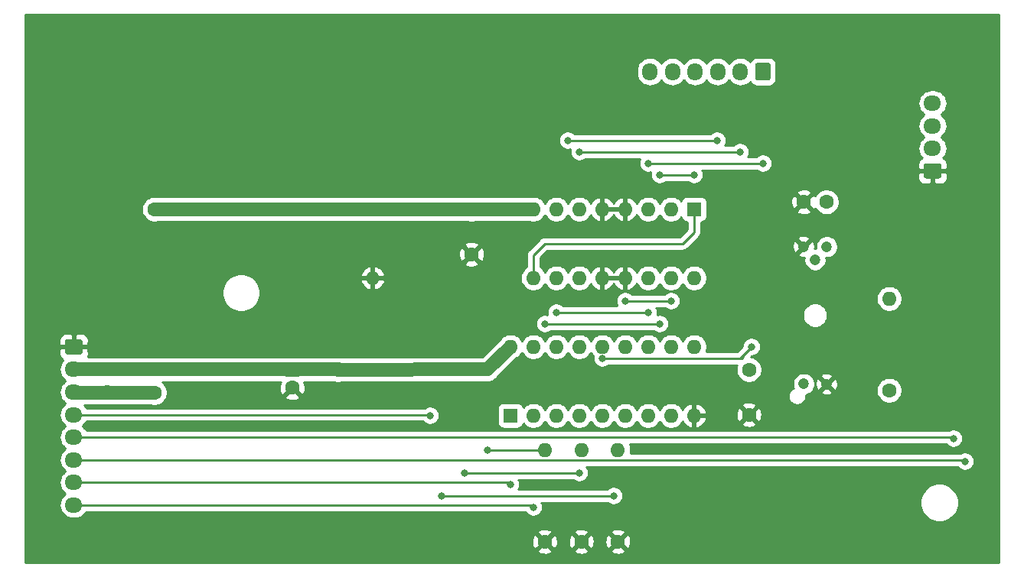
<source format=gbr>
%TF.GenerationSoftware,KiCad,Pcbnew,5.1.10-88a1d61d58~88~ubuntu20.04.1*%
%TF.CreationDate,2021-07-11T16:49:51+02:00*%
%TF.ProjectId,anna_elsa_reel_pcb,616e6e61-5f65-46c7-9361-5f7265656c5f,rev?*%
%TF.SameCoordinates,Original*%
%TF.FileFunction,Copper,L2,Bot*%
%TF.FilePolarity,Positive*%
%FSLAX46Y46*%
G04 Gerber Fmt 4.6, Leading zero omitted, Abs format (unit mm)*
G04 Created by KiCad (PCBNEW 5.1.10-88a1d61d58~88~ubuntu20.04.1) date 2021-07-11 16:49:51*
%MOMM*%
%LPD*%
G01*
G04 APERTURE LIST*
%TA.AperFunction,ComponentPad*%
%ADD10C,1.600000*%
%TD*%
%TA.AperFunction,ComponentPad*%
%ADD11C,1.206500*%
%TD*%
%TA.AperFunction,ComponentPad*%
%ADD12O,1.500000X1.500000*%
%TD*%
%TA.AperFunction,ComponentPad*%
%ADD13R,1.500000X1.500000*%
%TD*%
%TA.AperFunction,ComponentPad*%
%ADD14R,1.600000X1.600000*%
%TD*%
%TA.AperFunction,ComponentPad*%
%ADD15O,1.600000X1.600000*%
%TD*%
%TA.AperFunction,ComponentPad*%
%ADD16O,1.950000X1.700000*%
%TD*%
%TA.AperFunction,ComponentPad*%
%ADD17O,1.700000X1.950000*%
%TD*%
%TA.AperFunction,ViaPad*%
%ADD18C,0.800000*%
%TD*%
%TA.AperFunction,ViaPad*%
%ADD19C,1.600000*%
%TD*%
%TA.AperFunction,Conductor*%
%ADD20C,0.250000*%
%TD*%
%TA.AperFunction,Conductor*%
%ADD21C,1.500000*%
%TD*%
%TA.AperFunction,Conductor*%
%ADD22C,0.254000*%
%TD*%
%TA.AperFunction,Conductor*%
%ADD23C,0.100000*%
%TD*%
G04 APERTURE END LIST*
D10*
%TO.P,C4,2*%
%TO.N,GND*%
X141000000Y-67250000D03*
%TO.P,C4,1*%
%TO.N,+24V*%
X141000000Y-62250000D03*
%TD*%
%TO.P,C1,2*%
%TO.N,GND*%
X171688000Y-85010000D03*
%TO.P,C1,1*%
%TO.N,+5V*%
X171688000Y-80010000D03*
%TD*%
D11*
%TO.P,U3,5*%
%TO.N,GND*%
X177730000Y-66380000D03*
%TO.P,U3,4*%
%TO.N,/PHOTOINTERRUPTER*%
X179000000Y-67850660D03*
%TO.P,U3,3*%
%TO.N,+5V*%
X180297940Y-66400320D03*
%TO.P,U3,2*%
%TO.N,GND*%
X180270000Y-81620000D03*
%TO.P,U3,1*%
%TO.N,Net-(R1-Pad1)*%
X177760480Y-81599680D03*
%TD*%
D12*
%TO.P,D1,2*%
%TO.N,GND*%
X130048000Y-69850000D03*
D13*
%TO.P,D1,1*%
%TO.N,+24V*%
X130048000Y-62230000D03*
%TD*%
D10*
%TO.P,C3,2*%
%TO.N,GND*%
X121158000Y-82010000D03*
D14*
%TO.P,C3,1*%
%TO.N,+5V*%
X121158000Y-80010000D03*
%TD*%
D15*
%TO.P,R4,2*%
%TO.N,Net-(JP3-Pad2)*%
X157198000Y-88900000D03*
D10*
%TO.P,R4,1*%
%TO.N,GND*%
X157198000Y-99060000D03*
%TD*%
D15*
%TO.P,R3,2*%
%TO.N,Net-(JP2-Pad2)*%
X153148000Y-88900000D03*
D10*
%TO.P,R3,1*%
%TO.N,GND*%
X153148000Y-99060000D03*
%TD*%
D15*
%TO.P,R2,2*%
%TO.N,Net-(JP1-Pad2)*%
X149098000Y-88900000D03*
D10*
%TO.P,R2,1*%
%TO.N,GND*%
X149098000Y-99060000D03*
%TD*%
D15*
%TO.P,U1,16*%
%TO.N,+5V*%
X165608000Y-69850000D03*
%TO.P,U1,8*%
%TO.N,+24V*%
X147828000Y-62230000D03*
%TO.P,U1,15*%
%TO.N,/M4_IN*%
X163068000Y-69850000D03*
%TO.P,U1,7*%
%TO.N,/M2_IN*%
X150368000Y-62230000D03*
%TO.P,U1,14*%
%TO.N,/M4_OUT*%
X160528000Y-69850000D03*
%TO.P,U1,6*%
%TO.N,/M2_OUT*%
X152908000Y-62230000D03*
%TO.P,U1,13*%
%TO.N,GND*%
X157988000Y-69850000D03*
%TO.P,U1,5*%
X155448000Y-62230000D03*
%TO.P,U1,12*%
X155448000Y-69850000D03*
%TO.P,U1,4*%
X157988000Y-62230000D03*
%TO.P,U1,11*%
%TO.N,/M3_OUT*%
X152908000Y-69850000D03*
%TO.P,U1,3*%
%TO.N,/M1_OUT*%
X160528000Y-62230000D03*
%TO.P,U1,10*%
%TO.N,/M3_IN*%
X150368000Y-69850000D03*
%TO.P,U1,2*%
%TO.N,/M1_IN*%
X163068000Y-62230000D03*
%TO.P,U1,9*%
%TO.N,/EN_PWM*%
X147828000Y-69850000D03*
D14*
%TO.P,U1,1*%
X165608000Y-62230000D03*
%TD*%
D10*
%TO.P,C2,2*%
%TO.N,GND*%
X177750000Y-61444000D03*
%TO.P,C2,1*%
%TO.N,+5V*%
X180250000Y-61444000D03*
%TD*%
D15*
%TO.P,R1,2*%
%TO.N,+5V*%
X187198000Y-72136000D03*
D10*
%TO.P,R1,1*%
%TO.N,Net-(R1-Pad1)*%
X187198000Y-82296000D03*
%TD*%
D15*
%TO.P,U2,18*%
%TO.N,+5V*%
X145288000Y-77470000D03*
%TO.P,U2,9*%
%TO.N,GND*%
X165608000Y-85090000D03*
%TO.P,U2,17*%
%TO.N,Net-(U2-Pad17)*%
X147828000Y-77470000D03*
%TO.P,U2,8*%
%TO.N,Net-(U2-Pad8)*%
X163068000Y-85090000D03*
%TO.P,U2,16*%
%TO.N,Net-(U2-Pad16)*%
X150368000Y-77470000D03*
%TO.P,U2,7*%
%TO.N,Net-(U2-Pad7)*%
X160528000Y-85090000D03*
%TO.P,U2,15*%
%TO.N,Net-(U2-Pad15)*%
X152908000Y-77470000D03*
%TO.P,U2,6*%
%TO.N,+5V*%
X157988000Y-85090000D03*
%TO.P,U2,14*%
%TO.N,/PHOTOINTERRUPTER*%
X155448000Y-77470000D03*
%TO.P,U2,5*%
%TO.N,Net-(JP3-Pad2)*%
X155448000Y-85090000D03*
%TO.P,U2,13*%
%TO.N,/M4_IN*%
X157988000Y-77470000D03*
%TO.P,U2,4*%
%TO.N,Net-(JP2-Pad2)*%
X152908000Y-85090000D03*
%TO.P,U2,12*%
%TO.N,/M3_IN*%
X160528000Y-77470000D03*
%TO.P,U2,3*%
%TO.N,Net-(JP1-Pad2)*%
X150368000Y-85090000D03*
%TO.P,U2,11*%
%TO.N,/M2_IN*%
X163068000Y-77470000D03*
%TO.P,U2,2*%
%TO.N,/SDA*%
X147828000Y-85090000D03*
%TO.P,U2,10*%
%TO.N,/M1_IN*%
X165608000Y-77470000D03*
D14*
%TO.P,U2,1*%
%TO.N,/SCL*%
X145288000Y-85090000D03*
%TD*%
D16*
%TO.P,J3,8*%
%TO.N,/SDA*%
X97000000Y-95000000D03*
%TO.P,J3,7*%
%TO.N,/SCL*%
X97000000Y-92500000D03*
%TO.P,J3,6*%
%TO.N,/LED_DIN*%
X97000000Y-90000000D03*
%TO.P,J3,5*%
%TO.N,/LED_DOUT*%
X97000000Y-87500000D03*
%TO.P,J3,4*%
%TO.N,/EN_PWM*%
X97000000Y-85000000D03*
%TO.P,J3,3*%
%TO.N,+24V*%
X97000000Y-82500000D03*
%TO.P,J3,2*%
%TO.N,+5V*%
X97000000Y-80000000D03*
%TO.P,J3,1*%
%TO.N,GND*%
%TA.AperFunction,ComponentPad*%
G36*
G01*
X96275000Y-76650000D02*
X97725000Y-76650000D01*
G75*
G02*
X97975000Y-76900000I0J-250000D01*
G01*
X97975000Y-78100000D01*
G75*
G02*
X97725000Y-78350000I-250000J0D01*
G01*
X96275000Y-78350000D01*
G75*
G02*
X96025000Y-78100000I0J250000D01*
G01*
X96025000Y-76900000D01*
G75*
G02*
X96275000Y-76650000I250000J0D01*
G01*
G37*
%TD.AperFunction*%
%TD*%
D17*
%TO.P,J2,6*%
%TO.N,Net-(J2-Pad6)*%
X160728000Y-47000000D03*
%TO.P,J2,5*%
%TO.N,Net-(J2-Pad5)*%
X163228000Y-47000000D03*
%TO.P,J2,4*%
%TO.N,/M4_OUT*%
X165728000Y-47000000D03*
%TO.P,J2,3*%
%TO.N,/M3_OUT*%
X168228000Y-47000000D03*
%TO.P,J2,2*%
%TO.N,/M2_OUT*%
X170728000Y-47000000D03*
%TO.P,J2,1*%
%TO.N,/M1_OUT*%
%TA.AperFunction,ComponentPad*%
G36*
G01*
X174078000Y-46275000D02*
X174078000Y-47725000D01*
G75*
G02*
X173828000Y-47975000I-250000J0D01*
G01*
X172628000Y-47975000D01*
G75*
G02*
X172378000Y-47725000I0J250000D01*
G01*
X172378000Y-46275000D01*
G75*
G02*
X172628000Y-46025000I250000J0D01*
G01*
X173828000Y-46025000D01*
G75*
G02*
X174078000Y-46275000I0J-250000D01*
G01*
G37*
%TD.AperFunction*%
%TD*%
D16*
%TO.P,J1,4*%
%TO.N,/LED_DIN*%
X192000000Y-50500000D03*
%TO.P,J1,3*%
%TO.N,/LED_DOUT*%
X192000000Y-53000000D03*
%TO.P,J1,2*%
%TO.N,+5V*%
X192000000Y-55500000D03*
%TO.P,J1,1*%
%TO.N,GND*%
%TA.AperFunction,ComponentPad*%
G36*
G01*
X192725000Y-58850000D02*
X191275000Y-58850000D01*
G75*
G02*
X191025000Y-58600000I0J250000D01*
G01*
X191025000Y-57400000D01*
G75*
G02*
X191275000Y-57150000I250000J0D01*
G01*
X192725000Y-57150000D01*
G75*
G02*
X192975000Y-57400000I0J-250000D01*
G01*
X192975000Y-58600000D01*
G75*
G02*
X192725000Y-58850000I-250000J0D01*
G01*
G37*
%TD.AperFunction*%
%TD*%
D18*
%TO.N,/LED_DIN*%
X195580000Y-90170000D03*
%TO.N,/LED_DOUT*%
X194310000Y-87630000D03*
D19*
%TO.N,+5V*%
X126238000Y-80010000D03*
D18*
%TO.N,/M4_OUT*%
X165608000Y-58420000D03*
X161798000Y-58420000D03*
%TO.N,/M3_OUT*%
X151638000Y-54610000D03*
X168148000Y-54610000D03*
%TO.N,/M2_OUT*%
X152908000Y-55880000D03*
X170688000Y-55880000D03*
%TO.N,/M1_OUT*%
X173228000Y-57150000D03*
X160528000Y-57150000D03*
%TO.N,/EN_PWM*%
X136398000Y-85090000D03*
D19*
%TO.N,+24V*%
X105918000Y-62230000D03*
X105918000Y-82550000D03*
D18*
%TO.N,/PHOTOINTERRUPTER*%
X155448000Y-78740000D03*
X171958000Y-77470000D03*
%TO.N,/M4_IN*%
X163068000Y-72390000D03*
X157988000Y-72390000D03*
%TO.N,/M2_IN*%
X149098000Y-74930000D03*
X161798000Y-74930000D03*
%TO.N,/M3_IN*%
X150368000Y-73660000D03*
X160528000Y-73660000D03*
%TO.N,/SDA*%
X147828000Y-95250000D03*
%TO.N,/SCL*%
X145288000Y-92710000D03*
%TO.N,Net-(JP1-Pad2)*%
X142748000Y-88900000D03*
%TO.N,Net-(JP2-Pad2)*%
X140208000Y-91440000D03*
X152908000Y-91440000D03*
%TO.N,Net-(JP3-Pad2)*%
X137668000Y-93980000D03*
X156718000Y-93980000D03*
%TD*%
D20*
%TO.N,/LED_DIN*%
X192300000Y-50800000D02*
X192000000Y-50500000D01*
X195435001Y-90025001D02*
X195580000Y-90170000D01*
X97025001Y-90025001D02*
X195435001Y-90025001D01*
X97000000Y-90000000D02*
X97025001Y-90025001D01*
%TO.N,/LED_DOUT*%
X194180000Y-87500000D02*
X194310000Y-87630000D01*
X97000000Y-87500000D02*
X194180000Y-87500000D01*
D21*
%TO.N,+5V*%
X142758000Y-80000000D02*
X145288000Y-77470000D01*
X126248000Y-80000000D02*
X126238000Y-80010000D01*
X126238000Y-80010000D02*
X142758000Y-80000000D01*
X100688000Y-80000000D02*
X126248000Y-80000000D01*
X100688000Y-80000000D02*
X97000000Y-80000000D01*
D20*
%TO.N,/M4_OUT*%
X165608000Y-58420000D02*
X161798000Y-58420000D01*
%TO.N,/M3_OUT*%
X151638000Y-54610000D02*
X168148000Y-54610000D01*
%TO.N,/M2_OUT*%
X152908000Y-55880000D02*
X170688000Y-55880000D01*
%TO.N,/M1_OUT*%
X173228000Y-57150000D02*
X160528000Y-57150000D01*
%TO.N,/EN_PWM*%
X136308000Y-85000000D02*
X136398000Y-85090000D01*
X147828000Y-69850000D02*
X147828000Y-67310000D01*
X147828000Y-67310000D02*
X149098000Y-66040000D01*
X149098000Y-66040000D02*
X164338000Y-66040000D01*
X165608000Y-64770000D02*
X165608000Y-62230000D01*
X164338000Y-66040000D02*
X165608000Y-64770000D01*
X101000000Y-85000000D02*
X97000000Y-85000000D01*
X100688000Y-85000000D02*
X101000000Y-85000000D01*
X101000000Y-85000000D02*
X136308000Y-85000000D01*
D21*
%TO.N,+24V*%
X100738000Y-82550000D02*
X100688000Y-82500000D01*
X105918000Y-82550000D02*
X100738000Y-82550000D01*
X141478000Y-62230000D02*
X105918000Y-62230000D01*
X147828000Y-62230000D02*
X141478000Y-62230000D01*
X97050000Y-82550000D02*
X97000000Y-82500000D01*
X100738000Y-82550000D02*
X97050000Y-82550000D01*
D20*
%TO.N,/PHOTOINTERRUPTER*%
X170848998Y-78740000D02*
X171003999Y-78584999D01*
X170688000Y-78740000D02*
X171958000Y-77470000D01*
X155448000Y-78740000D02*
X170688000Y-78740000D01*
%TO.N,/M4_IN*%
X163068000Y-72390000D02*
X157988000Y-72390000D01*
%TO.N,/M2_IN*%
X149098000Y-74930000D02*
X161798000Y-74930000D01*
%TO.N,/M3_IN*%
X150368000Y-73660000D02*
X160528000Y-73660000D01*
%TO.N,/SDA*%
X147578000Y-95000000D02*
X147828000Y-95250000D01*
X101000000Y-95000000D02*
X97000000Y-95000000D01*
X100688000Y-95000000D02*
X101000000Y-95000000D01*
X101000000Y-95000000D02*
X147578000Y-95000000D01*
%TO.N,/SCL*%
X145078000Y-92500000D02*
X145288000Y-92710000D01*
X100688000Y-92500000D02*
X145078000Y-92500000D01*
X100688000Y-92500000D02*
X97000000Y-92500000D01*
%TO.N,Net-(JP1-Pad2)*%
X142748000Y-88900000D02*
X149098000Y-88900000D01*
%TO.N,Net-(JP2-Pad2)*%
X140208000Y-91440000D02*
X152908000Y-91440000D01*
%TO.N,Net-(JP3-Pad2)*%
X137668000Y-93980000D02*
X156718000Y-93980000D01*
%TD*%
D22*
%TO.N,GND*%
X199340001Y-101340000D02*
X91660000Y-101340000D01*
X91660000Y-100052702D01*
X148284903Y-100052702D01*
X148356486Y-100296671D01*
X148611996Y-100417571D01*
X148886184Y-100486300D01*
X149168512Y-100500217D01*
X149448130Y-100458787D01*
X149714292Y-100363603D01*
X149839514Y-100296671D01*
X149911097Y-100052702D01*
X152334903Y-100052702D01*
X152406486Y-100296671D01*
X152661996Y-100417571D01*
X152936184Y-100486300D01*
X153218512Y-100500217D01*
X153498130Y-100458787D01*
X153764292Y-100363603D01*
X153889514Y-100296671D01*
X153961097Y-100052702D01*
X156384903Y-100052702D01*
X156456486Y-100296671D01*
X156711996Y-100417571D01*
X156986184Y-100486300D01*
X157268512Y-100500217D01*
X157548130Y-100458787D01*
X157814292Y-100363603D01*
X157939514Y-100296671D01*
X158011097Y-100052702D01*
X157198000Y-99239605D01*
X156384903Y-100052702D01*
X153961097Y-100052702D01*
X153148000Y-99239605D01*
X152334903Y-100052702D01*
X149911097Y-100052702D01*
X149098000Y-99239605D01*
X148284903Y-100052702D01*
X91660000Y-100052702D01*
X91660000Y-99130512D01*
X147657783Y-99130512D01*
X147699213Y-99410130D01*
X147794397Y-99676292D01*
X147861329Y-99801514D01*
X148105298Y-99873097D01*
X148918395Y-99060000D01*
X149277605Y-99060000D01*
X150090702Y-99873097D01*
X150334671Y-99801514D01*
X150455571Y-99546004D01*
X150524300Y-99271816D01*
X150531265Y-99130512D01*
X151707783Y-99130512D01*
X151749213Y-99410130D01*
X151844397Y-99676292D01*
X151911329Y-99801514D01*
X152155298Y-99873097D01*
X152968395Y-99060000D01*
X153327605Y-99060000D01*
X154140702Y-99873097D01*
X154384671Y-99801514D01*
X154505571Y-99546004D01*
X154574300Y-99271816D01*
X154581265Y-99130512D01*
X155757783Y-99130512D01*
X155799213Y-99410130D01*
X155894397Y-99676292D01*
X155961329Y-99801514D01*
X156205298Y-99873097D01*
X157018395Y-99060000D01*
X157377605Y-99060000D01*
X158190702Y-99873097D01*
X158434671Y-99801514D01*
X158555571Y-99546004D01*
X158624300Y-99271816D01*
X158638217Y-98989488D01*
X158596787Y-98709870D01*
X158501603Y-98443708D01*
X158434671Y-98318486D01*
X158190702Y-98246903D01*
X157377605Y-99060000D01*
X157018395Y-99060000D01*
X156205298Y-98246903D01*
X155961329Y-98318486D01*
X155840429Y-98573996D01*
X155771700Y-98848184D01*
X155757783Y-99130512D01*
X154581265Y-99130512D01*
X154588217Y-98989488D01*
X154546787Y-98709870D01*
X154451603Y-98443708D01*
X154384671Y-98318486D01*
X154140702Y-98246903D01*
X153327605Y-99060000D01*
X152968395Y-99060000D01*
X152155298Y-98246903D01*
X151911329Y-98318486D01*
X151790429Y-98573996D01*
X151721700Y-98848184D01*
X151707783Y-99130512D01*
X150531265Y-99130512D01*
X150538217Y-98989488D01*
X150496787Y-98709870D01*
X150401603Y-98443708D01*
X150334671Y-98318486D01*
X150090702Y-98246903D01*
X149277605Y-99060000D01*
X148918395Y-99060000D01*
X148105298Y-98246903D01*
X147861329Y-98318486D01*
X147740429Y-98573996D01*
X147671700Y-98848184D01*
X147657783Y-99130512D01*
X91660000Y-99130512D01*
X91660000Y-98067298D01*
X148284903Y-98067298D01*
X149098000Y-98880395D01*
X149911097Y-98067298D01*
X152334903Y-98067298D01*
X153148000Y-98880395D01*
X153961097Y-98067298D01*
X156384903Y-98067298D01*
X157198000Y-98880395D01*
X158011097Y-98067298D01*
X157939514Y-97823329D01*
X157684004Y-97702429D01*
X157409816Y-97633700D01*
X157127488Y-97619783D01*
X156847870Y-97661213D01*
X156581708Y-97756397D01*
X156456486Y-97823329D01*
X156384903Y-98067298D01*
X153961097Y-98067298D01*
X153889514Y-97823329D01*
X153634004Y-97702429D01*
X153359816Y-97633700D01*
X153077488Y-97619783D01*
X152797870Y-97661213D01*
X152531708Y-97756397D01*
X152406486Y-97823329D01*
X152334903Y-98067298D01*
X149911097Y-98067298D01*
X149839514Y-97823329D01*
X149584004Y-97702429D01*
X149309816Y-97633700D01*
X149027488Y-97619783D01*
X148747870Y-97661213D01*
X148481708Y-97756397D01*
X148356486Y-97823329D01*
X148284903Y-98067298D01*
X91660000Y-98067298D01*
X91660000Y-80000000D01*
X95382815Y-80000000D01*
X95411487Y-80291111D01*
X95496401Y-80571034D01*
X95634294Y-80829014D01*
X95819866Y-81055134D01*
X96045986Y-81240706D01*
X96063374Y-81250000D01*
X96045986Y-81259294D01*
X95819866Y-81444866D01*
X95634294Y-81670986D01*
X95496401Y-81928966D01*
X95411487Y-82208889D01*
X95382815Y-82500000D01*
X95411487Y-82791111D01*
X95496401Y-83071034D01*
X95634294Y-83329014D01*
X95819866Y-83555134D01*
X96045986Y-83740706D01*
X96063374Y-83750000D01*
X96045986Y-83759294D01*
X95819866Y-83944866D01*
X95634294Y-84170986D01*
X95496401Y-84428966D01*
X95411487Y-84708889D01*
X95382815Y-85000000D01*
X95411487Y-85291111D01*
X95496401Y-85571034D01*
X95634294Y-85829014D01*
X95819866Y-86055134D01*
X96045986Y-86240706D01*
X96063374Y-86250000D01*
X96045986Y-86259294D01*
X95819866Y-86444866D01*
X95634294Y-86670986D01*
X95496401Y-86928966D01*
X95411487Y-87208889D01*
X95382815Y-87500000D01*
X95411487Y-87791111D01*
X95496401Y-88071034D01*
X95634294Y-88329014D01*
X95819866Y-88555134D01*
X96045986Y-88740706D01*
X96063374Y-88750000D01*
X96045986Y-88759294D01*
X95819866Y-88944866D01*
X95634294Y-89170986D01*
X95496401Y-89428966D01*
X95411487Y-89708889D01*
X95382815Y-90000000D01*
X95411487Y-90291111D01*
X95496401Y-90571034D01*
X95634294Y-90829014D01*
X95819866Y-91055134D01*
X96045986Y-91240706D01*
X96063374Y-91250000D01*
X96045986Y-91259294D01*
X95819866Y-91444866D01*
X95634294Y-91670986D01*
X95496401Y-91928966D01*
X95411487Y-92208889D01*
X95382815Y-92500000D01*
X95411487Y-92791111D01*
X95496401Y-93071034D01*
X95634294Y-93329014D01*
X95819866Y-93555134D01*
X96045986Y-93740706D01*
X96063374Y-93750000D01*
X96045986Y-93759294D01*
X95819866Y-93944866D01*
X95634294Y-94170986D01*
X95496401Y-94428966D01*
X95411487Y-94708889D01*
X95382815Y-95000000D01*
X95411487Y-95291111D01*
X95496401Y-95571034D01*
X95634294Y-95829014D01*
X95819866Y-96055134D01*
X96045986Y-96240706D01*
X96303966Y-96378599D01*
X96583889Y-96463513D01*
X96802050Y-96485000D01*
X97197950Y-96485000D01*
X97416111Y-96463513D01*
X97696034Y-96378599D01*
X97954014Y-96240706D01*
X98180134Y-96055134D01*
X98365706Y-95829014D01*
X98402595Y-95760000D01*
X146923987Y-95760000D01*
X147024063Y-95909774D01*
X147168226Y-96053937D01*
X147337744Y-96167205D01*
X147526102Y-96245226D01*
X147726061Y-96285000D01*
X147929939Y-96285000D01*
X148129898Y-96245226D01*
X148318256Y-96167205D01*
X148487774Y-96053937D01*
X148631937Y-95909774D01*
X148745205Y-95740256D01*
X148823226Y-95551898D01*
X148863000Y-95351939D01*
X148863000Y-95148061D01*
X148823226Y-94948102D01*
X148745205Y-94759744D01*
X148732013Y-94740000D01*
X156014289Y-94740000D01*
X156058226Y-94783937D01*
X156227744Y-94897205D01*
X156416102Y-94975226D01*
X156616061Y-95015000D01*
X156819939Y-95015000D01*
X157019898Y-94975226D01*
X157208256Y-94897205D01*
X157377774Y-94783937D01*
X157521937Y-94639774D01*
X157588790Y-94539721D01*
X190615000Y-94539721D01*
X190615000Y-94960279D01*
X190697047Y-95372756D01*
X190857988Y-95761302D01*
X191091637Y-96110983D01*
X191389017Y-96408363D01*
X191738698Y-96642012D01*
X192127244Y-96802953D01*
X192539721Y-96885000D01*
X192960279Y-96885000D01*
X193372756Y-96802953D01*
X193761302Y-96642012D01*
X194110983Y-96408363D01*
X194408363Y-96110983D01*
X194642012Y-95761302D01*
X194802953Y-95372756D01*
X194885000Y-94960279D01*
X194885000Y-94539721D01*
X194802953Y-94127244D01*
X194642012Y-93738698D01*
X194408363Y-93389017D01*
X194110983Y-93091637D01*
X193761302Y-92857988D01*
X193372756Y-92697047D01*
X192960279Y-92615000D01*
X192539721Y-92615000D01*
X192127244Y-92697047D01*
X191738698Y-92857988D01*
X191389017Y-93091637D01*
X191091637Y-93389017D01*
X190857988Y-93738698D01*
X190697047Y-94127244D01*
X190615000Y-94539721D01*
X157588790Y-94539721D01*
X157635205Y-94470256D01*
X157713226Y-94281898D01*
X157753000Y-94081939D01*
X157753000Y-93878061D01*
X157713226Y-93678102D01*
X157635205Y-93489744D01*
X157521937Y-93320226D01*
X157377774Y-93176063D01*
X157208256Y-93062795D01*
X157019898Y-92984774D01*
X156819939Y-92945000D01*
X156616061Y-92945000D01*
X156416102Y-92984774D01*
X156227744Y-93062795D01*
X156058226Y-93176063D01*
X156014289Y-93220000D01*
X146192013Y-93220000D01*
X146205205Y-93200256D01*
X146283226Y-93011898D01*
X146323000Y-92811939D01*
X146323000Y-92608061D01*
X146283226Y-92408102D01*
X146205205Y-92219744D01*
X146192013Y-92200000D01*
X152204289Y-92200000D01*
X152248226Y-92243937D01*
X152417744Y-92357205D01*
X152606102Y-92435226D01*
X152806061Y-92475000D01*
X153009939Y-92475000D01*
X153209898Y-92435226D01*
X153398256Y-92357205D01*
X153567774Y-92243937D01*
X153711937Y-92099774D01*
X153825205Y-91930256D01*
X153903226Y-91741898D01*
X153943000Y-91541939D01*
X153943000Y-91338061D01*
X153903226Y-91138102D01*
X153825205Y-90949744D01*
X153715128Y-90785001D01*
X194746147Y-90785001D01*
X194776063Y-90829774D01*
X194920226Y-90973937D01*
X195089744Y-91087205D01*
X195278102Y-91165226D01*
X195478061Y-91205000D01*
X195681939Y-91205000D01*
X195881898Y-91165226D01*
X196070256Y-91087205D01*
X196239774Y-90973937D01*
X196383937Y-90829774D01*
X196497205Y-90660256D01*
X196575226Y-90471898D01*
X196615000Y-90271939D01*
X196615000Y-90068061D01*
X196575226Y-89868102D01*
X196497205Y-89679744D01*
X196383937Y-89510226D01*
X196239774Y-89366063D01*
X196070256Y-89252795D01*
X195881898Y-89174774D01*
X195681939Y-89135000D01*
X195478061Y-89135000D01*
X195278102Y-89174774D01*
X195089744Y-89252795D01*
X195071476Y-89265001D01*
X158588509Y-89265001D01*
X158633000Y-89041335D01*
X158633000Y-88758665D01*
X158577853Y-88481426D01*
X158486135Y-88260000D01*
X193486169Y-88260000D01*
X193506063Y-88289774D01*
X193650226Y-88433937D01*
X193819744Y-88547205D01*
X194008102Y-88625226D01*
X194208061Y-88665000D01*
X194411939Y-88665000D01*
X194611898Y-88625226D01*
X194800256Y-88547205D01*
X194969774Y-88433937D01*
X195113937Y-88289774D01*
X195227205Y-88120256D01*
X195305226Y-87931898D01*
X195345000Y-87731939D01*
X195345000Y-87528061D01*
X195305226Y-87328102D01*
X195227205Y-87139744D01*
X195113937Y-86970226D01*
X194969774Y-86826063D01*
X194800256Y-86712795D01*
X194611898Y-86634774D01*
X194411939Y-86595000D01*
X194208061Y-86595000D01*
X194008102Y-86634774D01*
X193819744Y-86712795D01*
X193779029Y-86740000D01*
X98402595Y-86740000D01*
X98365706Y-86670986D01*
X98180134Y-86444866D01*
X97954014Y-86259294D01*
X97936626Y-86250000D01*
X97954014Y-86240706D01*
X98180134Y-86055134D01*
X98365706Y-85829014D01*
X98402595Y-85760000D01*
X135604289Y-85760000D01*
X135738226Y-85893937D01*
X135907744Y-86007205D01*
X136096102Y-86085226D01*
X136296061Y-86125000D01*
X136499939Y-86125000D01*
X136699898Y-86085226D01*
X136888256Y-86007205D01*
X137057774Y-85893937D01*
X137201937Y-85749774D01*
X137315205Y-85580256D01*
X137393226Y-85391898D01*
X137433000Y-85191939D01*
X137433000Y-84988061D01*
X137393226Y-84788102D01*
X137315205Y-84599744D01*
X137201937Y-84430226D01*
X137061711Y-84290000D01*
X143849928Y-84290000D01*
X143849928Y-85890000D01*
X143862188Y-86014482D01*
X143898498Y-86134180D01*
X143957463Y-86244494D01*
X144036815Y-86341185D01*
X144133506Y-86420537D01*
X144243820Y-86479502D01*
X144363518Y-86515812D01*
X144488000Y-86528072D01*
X146088000Y-86528072D01*
X146212482Y-86515812D01*
X146332180Y-86479502D01*
X146442494Y-86420537D01*
X146539185Y-86341185D01*
X146618537Y-86244494D01*
X146677502Y-86134180D01*
X146713812Y-86014482D01*
X146714643Y-86006039D01*
X146913241Y-86204637D01*
X147148273Y-86361680D01*
X147409426Y-86469853D01*
X147686665Y-86525000D01*
X147969335Y-86525000D01*
X148246574Y-86469853D01*
X148507727Y-86361680D01*
X148742759Y-86204637D01*
X148942637Y-86004759D01*
X149098000Y-85772241D01*
X149253363Y-86004759D01*
X149453241Y-86204637D01*
X149688273Y-86361680D01*
X149949426Y-86469853D01*
X150226665Y-86525000D01*
X150509335Y-86525000D01*
X150786574Y-86469853D01*
X151047727Y-86361680D01*
X151282759Y-86204637D01*
X151482637Y-86004759D01*
X151638000Y-85772241D01*
X151793363Y-86004759D01*
X151993241Y-86204637D01*
X152228273Y-86361680D01*
X152489426Y-86469853D01*
X152766665Y-86525000D01*
X153049335Y-86525000D01*
X153326574Y-86469853D01*
X153587727Y-86361680D01*
X153822759Y-86204637D01*
X154022637Y-86004759D01*
X154178000Y-85772241D01*
X154333363Y-86004759D01*
X154533241Y-86204637D01*
X154768273Y-86361680D01*
X155029426Y-86469853D01*
X155306665Y-86525000D01*
X155589335Y-86525000D01*
X155866574Y-86469853D01*
X156127727Y-86361680D01*
X156362759Y-86204637D01*
X156562637Y-86004759D01*
X156718000Y-85772241D01*
X156873363Y-86004759D01*
X157073241Y-86204637D01*
X157308273Y-86361680D01*
X157569426Y-86469853D01*
X157846665Y-86525000D01*
X158129335Y-86525000D01*
X158406574Y-86469853D01*
X158667727Y-86361680D01*
X158902759Y-86204637D01*
X159102637Y-86004759D01*
X159258000Y-85772241D01*
X159413363Y-86004759D01*
X159613241Y-86204637D01*
X159848273Y-86361680D01*
X160109426Y-86469853D01*
X160386665Y-86525000D01*
X160669335Y-86525000D01*
X160946574Y-86469853D01*
X161207727Y-86361680D01*
X161442759Y-86204637D01*
X161642637Y-86004759D01*
X161798000Y-85772241D01*
X161953363Y-86004759D01*
X162153241Y-86204637D01*
X162388273Y-86361680D01*
X162649426Y-86469853D01*
X162926665Y-86525000D01*
X163209335Y-86525000D01*
X163486574Y-86469853D01*
X163747727Y-86361680D01*
X163982759Y-86204637D01*
X164182637Y-86004759D01*
X164339680Y-85769727D01*
X164344067Y-85759135D01*
X164455615Y-85945131D01*
X164644586Y-86153519D01*
X164870580Y-86321037D01*
X165124913Y-86441246D01*
X165258961Y-86481904D01*
X165481000Y-86359915D01*
X165481000Y-85217000D01*
X165735000Y-85217000D01*
X165735000Y-86359915D01*
X165957039Y-86481904D01*
X166091087Y-86441246D01*
X166345420Y-86321037D01*
X166571414Y-86153519D01*
X166708178Y-86002702D01*
X170874903Y-86002702D01*
X170946486Y-86246671D01*
X171201996Y-86367571D01*
X171476184Y-86436300D01*
X171758512Y-86450217D01*
X172038130Y-86408787D01*
X172304292Y-86313603D01*
X172429514Y-86246671D01*
X172501097Y-86002702D01*
X171688000Y-85189605D01*
X170874903Y-86002702D01*
X166708178Y-86002702D01*
X166760385Y-85945131D01*
X166905070Y-85703881D01*
X166999909Y-85439040D01*
X166878624Y-85217000D01*
X165735000Y-85217000D01*
X165481000Y-85217000D01*
X165461000Y-85217000D01*
X165461000Y-85080512D01*
X170247783Y-85080512D01*
X170289213Y-85360130D01*
X170384397Y-85626292D01*
X170451329Y-85751514D01*
X170695298Y-85823097D01*
X171508395Y-85010000D01*
X171867605Y-85010000D01*
X172680702Y-85823097D01*
X172924671Y-85751514D01*
X173045571Y-85496004D01*
X173114300Y-85221816D01*
X173128217Y-84939488D01*
X173086787Y-84659870D01*
X172991603Y-84393708D01*
X172924671Y-84268486D01*
X172680702Y-84196903D01*
X171867605Y-85010000D01*
X171508395Y-85010000D01*
X170695298Y-84196903D01*
X170451329Y-84268486D01*
X170330429Y-84523996D01*
X170261700Y-84798184D01*
X170247783Y-85080512D01*
X165461000Y-85080512D01*
X165461000Y-84963000D01*
X165481000Y-84963000D01*
X165481000Y-83820085D01*
X165735000Y-83820085D01*
X165735000Y-84963000D01*
X166878624Y-84963000D01*
X166999909Y-84740960D01*
X166905070Y-84476119D01*
X166760385Y-84234869D01*
X166571414Y-84026481D01*
X166559026Y-84017298D01*
X170874903Y-84017298D01*
X171688000Y-84830395D01*
X172501097Y-84017298D01*
X172429514Y-83773329D01*
X172174004Y-83652429D01*
X171899816Y-83583700D01*
X171617488Y-83569783D01*
X171337870Y-83611213D01*
X171071708Y-83706397D01*
X170946486Y-83773329D01*
X170874903Y-84017298D01*
X166559026Y-84017298D01*
X166345420Y-83858963D01*
X166091087Y-83738754D01*
X165957039Y-83698096D01*
X165735000Y-83820085D01*
X165481000Y-83820085D01*
X165258961Y-83698096D01*
X165124913Y-83738754D01*
X164870580Y-83858963D01*
X164644586Y-84026481D01*
X164455615Y-84234869D01*
X164344067Y-84420865D01*
X164339680Y-84410273D01*
X164182637Y-84175241D01*
X163982759Y-83975363D01*
X163747727Y-83818320D01*
X163486574Y-83710147D01*
X163209335Y-83655000D01*
X162926665Y-83655000D01*
X162649426Y-83710147D01*
X162388273Y-83818320D01*
X162153241Y-83975363D01*
X161953363Y-84175241D01*
X161798000Y-84407759D01*
X161642637Y-84175241D01*
X161442759Y-83975363D01*
X161207727Y-83818320D01*
X160946574Y-83710147D01*
X160669335Y-83655000D01*
X160386665Y-83655000D01*
X160109426Y-83710147D01*
X159848273Y-83818320D01*
X159613241Y-83975363D01*
X159413363Y-84175241D01*
X159258000Y-84407759D01*
X159102637Y-84175241D01*
X158902759Y-83975363D01*
X158667727Y-83818320D01*
X158406574Y-83710147D01*
X158129335Y-83655000D01*
X157846665Y-83655000D01*
X157569426Y-83710147D01*
X157308273Y-83818320D01*
X157073241Y-83975363D01*
X156873363Y-84175241D01*
X156718000Y-84407759D01*
X156562637Y-84175241D01*
X156362759Y-83975363D01*
X156127727Y-83818320D01*
X155866574Y-83710147D01*
X155589335Y-83655000D01*
X155306665Y-83655000D01*
X155029426Y-83710147D01*
X154768273Y-83818320D01*
X154533241Y-83975363D01*
X154333363Y-84175241D01*
X154178000Y-84407759D01*
X154022637Y-84175241D01*
X153822759Y-83975363D01*
X153587727Y-83818320D01*
X153326574Y-83710147D01*
X153049335Y-83655000D01*
X152766665Y-83655000D01*
X152489426Y-83710147D01*
X152228273Y-83818320D01*
X151993241Y-83975363D01*
X151793363Y-84175241D01*
X151638000Y-84407759D01*
X151482637Y-84175241D01*
X151282759Y-83975363D01*
X151047727Y-83818320D01*
X150786574Y-83710147D01*
X150509335Y-83655000D01*
X150226665Y-83655000D01*
X149949426Y-83710147D01*
X149688273Y-83818320D01*
X149453241Y-83975363D01*
X149253363Y-84175241D01*
X149098000Y-84407759D01*
X148942637Y-84175241D01*
X148742759Y-83975363D01*
X148507727Y-83818320D01*
X148246574Y-83710147D01*
X147969335Y-83655000D01*
X147686665Y-83655000D01*
X147409426Y-83710147D01*
X147148273Y-83818320D01*
X146913241Y-83975363D01*
X146714643Y-84173961D01*
X146713812Y-84165518D01*
X146677502Y-84045820D01*
X146618537Y-83935506D01*
X146539185Y-83838815D01*
X146442494Y-83759463D01*
X146332180Y-83700498D01*
X146212482Y-83664188D01*
X146088000Y-83651928D01*
X144488000Y-83651928D01*
X144363518Y-83664188D01*
X144243820Y-83700498D01*
X144133506Y-83759463D01*
X144036815Y-83838815D01*
X143957463Y-83935506D01*
X143898498Y-84045820D01*
X143862188Y-84165518D01*
X143849928Y-84290000D01*
X137061711Y-84290000D01*
X137057774Y-84286063D01*
X136888256Y-84172795D01*
X136699898Y-84094774D01*
X136499939Y-84055000D01*
X136296061Y-84055000D01*
X136096102Y-84094774D01*
X135907744Y-84172795D01*
X135807164Y-84240000D01*
X98402595Y-84240000D01*
X98365706Y-84170986D01*
X98180134Y-83944866D01*
X98168112Y-83935000D01*
X100669971Y-83935000D01*
X100738000Y-83941700D01*
X100806029Y-83935000D01*
X105525301Y-83935000D01*
X105776665Y-83985000D01*
X106059335Y-83985000D01*
X106336574Y-83929853D01*
X106597727Y-83821680D01*
X106832759Y-83664637D01*
X107032637Y-83464759D01*
X107189680Y-83229727D01*
X107283716Y-83002702D01*
X120344903Y-83002702D01*
X120416486Y-83246671D01*
X120671996Y-83367571D01*
X120946184Y-83436300D01*
X121228512Y-83450217D01*
X121508130Y-83408787D01*
X121774292Y-83313603D01*
X121899514Y-83246671D01*
X121971097Y-83002702D01*
X121819875Y-82851480D01*
X176016770Y-82851480D01*
X176016770Y-83045360D01*
X176054595Y-83235515D01*
X176128789Y-83414637D01*
X176236503Y-83575843D01*
X176373597Y-83712937D01*
X176534803Y-83820651D01*
X176713925Y-83894845D01*
X176904080Y-83932670D01*
X177097960Y-83932670D01*
X177288115Y-83894845D01*
X177467237Y-83820651D01*
X177628443Y-83712937D01*
X177765537Y-83575843D01*
X177873251Y-83414637D01*
X177947445Y-83235515D01*
X177985270Y-83045360D01*
X177985270Y-82851480D01*
X177978763Y-82818769D01*
X178121664Y-82790344D01*
X178347011Y-82697003D01*
X178549818Y-82561491D01*
X178639220Y-82472089D01*
X179597516Y-82472089D01*
X179645218Y-82696004D01*
X179867141Y-82797218D01*
X180104545Y-82853191D01*
X180348309Y-82861775D01*
X180589062Y-82822637D01*
X180817554Y-82737283D01*
X180894782Y-82696004D01*
X180942484Y-82472089D01*
X180270000Y-81799605D01*
X179597516Y-82472089D01*
X178639220Y-82472089D01*
X178722291Y-82389018D01*
X178857803Y-82186211D01*
X178951144Y-81960864D01*
X178998730Y-81721637D01*
X178998730Y-81698309D01*
X179028225Y-81698309D01*
X179067363Y-81939062D01*
X179152717Y-82167554D01*
X179193996Y-82244782D01*
X179417911Y-82292484D01*
X180090395Y-81620000D01*
X180449605Y-81620000D01*
X181122089Y-82292484D01*
X181346004Y-82244782D01*
X181387104Y-82154665D01*
X185763000Y-82154665D01*
X185763000Y-82437335D01*
X185818147Y-82714574D01*
X185926320Y-82975727D01*
X186083363Y-83210759D01*
X186283241Y-83410637D01*
X186518273Y-83567680D01*
X186779426Y-83675853D01*
X187056665Y-83731000D01*
X187339335Y-83731000D01*
X187616574Y-83675853D01*
X187877727Y-83567680D01*
X188112759Y-83410637D01*
X188312637Y-83210759D01*
X188469680Y-82975727D01*
X188577853Y-82714574D01*
X188633000Y-82437335D01*
X188633000Y-82154665D01*
X188577853Y-81877426D01*
X188469680Y-81616273D01*
X188312637Y-81381241D01*
X188112759Y-81181363D01*
X187877727Y-81024320D01*
X187616574Y-80916147D01*
X187339335Y-80861000D01*
X187056665Y-80861000D01*
X186779426Y-80916147D01*
X186518273Y-81024320D01*
X186283241Y-81181363D01*
X186083363Y-81381241D01*
X185926320Y-81616273D01*
X185818147Y-81877426D01*
X185763000Y-82154665D01*
X181387104Y-82154665D01*
X181447218Y-82022859D01*
X181503191Y-81785455D01*
X181511775Y-81541691D01*
X181472637Y-81300938D01*
X181387283Y-81072446D01*
X181346004Y-80995218D01*
X181122089Y-80947516D01*
X180449605Y-81620000D01*
X180090395Y-81620000D01*
X179417911Y-80947516D01*
X179193996Y-80995218D01*
X179092782Y-81217141D01*
X179036809Y-81454545D01*
X179028225Y-81698309D01*
X178998730Y-81698309D01*
X178998730Y-81477723D01*
X178951144Y-81238496D01*
X178857803Y-81013149D01*
X178722291Y-80810342D01*
X178679860Y-80767911D01*
X179597516Y-80767911D01*
X180270000Y-81440395D01*
X180942484Y-80767911D01*
X180894782Y-80543996D01*
X180672859Y-80442782D01*
X180435455Y-80386809D01*
X180191691Y-80378225D01*
X179950938Y-80417363D01*
X179722446Y-80502717D01*
X179645218Y-80543996D01*
X179597516Y-80767911D01*
X178679860Y-80767911D01*
X178549818Y-80637869D01*
X178347011Y-80502357D01*
X178121664Y-80409016D01*
X177882437Y-80361430D01*
X177638523Y-80361430D01*
X177399296Y-80409016D01*
X177173949Y-80502357D01*
X176971142Y-80637869D01*
X176798669Y-80810342D01*
X176663157Y-81013149D01*
X176569816Y-81238496D01*
X176522230Y-81477723D01*
X176522230Y-81721637D01*
X176569816Y-81960864D01*
X176605462Y-82046921D01*
X176534803Y-82076189D01*
X176373597Y-82183903D01*
X176236503Y-82320997D01*
X176128789Y-82482203D01*
X176054595Y-82661325D01*
X176016770Y-82851480D01*
X121819875Y-82851480D01*
X121158000Y-82189605D01*
X120344903Y-83002702D01*
X107283716Y-83002702D01*
X107297853Y-82968574D01*
X107353000Y-82691335D01*
X107353000Y-82408665D01*
X107297853Y-82131426D01*
X107189680Y-81870273D01*
X107032637Y-81635241D01*
X106832759Y-81435363D01*
X106757385Y-81385000D01*
X119866198Y-81385000D01*
X119800429Y-81523996D01*
X119731700Y-81798184D01*
X119717783Y-82080512D01*
X119759213Y-82360130D01*
X119854397Y-82626292D01*
X119921329Y-82751514D01*
X120165298Y-82823097D01*
X120978395Y-82010000D01*
X120964253Y-81995858D01*
X121143858Y-81816253D01*
X121158000Y-81830395D01*
X121172143Y-81816253D01*
X121351748Y-81995858D01*
X121337605Y-82010000D01*
X122150702Y-82823097D01*
X122394671Y-82751514D01*
X122515571Y-82496004D01*
X122584300Y-82221816D01*
X122598217Y-81939488D01*
X122556787Y-81659870D01*
X122461603Y-81393708D01*
X122456949Y-81385000D01*
X125807710Y-81385000D01*
X125819426Y-81389853D01*
X126096665Y-81445000D01*
X126379335Y-81445000D01*
X126631901Y-81394761D01*
X142690383Y-81385041D01*
X142758000Y-81391700D01*
X142826453Y-81384958D01*
X142826875Y-81384958D01*
X142894141Y-81378292D01*
X143029507Y-81364960D01*
X143029914Y-81364837D01*
X143030333Y-81364795D01*
X143159993Y-81325377D01*
X143290580Y-81285764D01*
X143290954Y-81285564D01*
X143291359Y-81285441D01*
X143411331Y-81221221D01*
X143531188Y-81157156D01*
X143531515Y-81156888D01*
X143531888Y-81156688D01*
X143636765Y-81070511D01*
X143689233Y-81027452D01*
X143689532Y-81027153D01*
X143742676Y-80983485D01*
X143785747Y-80930938D01*
X145989663Y-78727023D01*
X146202759Y-78584637D01*
X146402637Y-78384759D01*
X146558000Y-78152241D01*
X146713363Y-78384759D01*
X146913241Y-78584637D01*
X147148273Y-78741680D01*
X147409426Y-78849853D01*
X147686665Y-78905000D01*
X147969335Y-78905000D01*
X148246574Y-78849853D01*
X148507727Y-78741680D01*
X148742759Y-78584637D01*
X148942637Y-78384759D01*
X149098000Y-78152241D01*
X149253363Y-78384759D01*
X149453241Y-78584637D01*
X149688273Y-78741680D01*
X149949426Y-78849853D01*
X150226665Y-78905000D01*
X150509335Y-78905000D01*
X150786574Y-78849853D01*
X151047727Y-78741680D01*
X151282759Y-78584637D01*
X151482637Y-78384759D01*
X151638000Y-78152241D01*
X151793363Y-78384759D01*
X151993241Y-78584637D01*
X152228273Y-78741680D01*
X152489426Y-78849853D01*
X152766665Y-78905000D01*
X153049335Y-78905000D01*
X153326574Y-78849853D01*
X153587727Y-78741680D01*
X153822759Y-78584637D01*
X154022637Y-78384759D01*
X154178000Y-78152241D01*
X154333363Y-78384759D01*
X154441813Y-78493209D01*
X154413000Y-78638061D01*
X154413000Y-78841939D01*
X154452774Y-79041898D01*
X154530795Y-79230256D01*
X154644063Y-79399774D01*
X154788226Y-79543937D01*
X154957744Y-79657205D01*
X155146102Y-79735226D01*
X155346061Y-79775000D01*
X155549939Y-79775000D01*
X155749898Y-79735226D01*
X155938256Y-79657205D01*
X156107774Y-79543937D01*
X156151711Y-79500000D01*
X170346017Y-79500000D01*
X170308147Y-79591426D01*
X170253000Y-79868665D01*
X170253000Y-80151335D01*
X170308147Y-80428574D01*
X170416320Y-80689727D01*
X170573363Y-80924759D01*
X170773241Y-81124637D01*
X171008273Y-81281680D01*
X171269426Y-81389853D01*
X171546665Y-81445000D01*
X171829335Y-81445000D01*
X172106574Y-81389853D01*
X172367727Y-81281680D01*
X172602759Y-81124637D01*
X172802637Y-80924759D01*
X172959680Y-80689727D01*
X173067853Y-80428574D01*
X173123000Y-80151335D01*
X173123000Y-79868665D01*
X173067853Y-79591426D01*
X172959680Y-79330273D01*
X172802637Y-79095241D01*
X172602759Y-78895363D01*
X172367727Y-78738320D01*
X172106574Y-78630147D01*
X171911465Y-78591337D01*
X171997802Y-78505000D01*
X172059939Y-78505000D01*
X172259898Y-78465226D01*
X172448256Y-78387205D01*
X172617774Y-78273937D01*
X172761937Y-78129774D01*
X172875205Y-77960256D01*
X172953226Y-77771898D01*
X172993000Y-77571939D01*
X172993000Y-77368061D01*
X172953226Y-77168102D01*
X172875205Y-76979744D01*
X172761937Y-76810226D01*
X172617774Y-76666063D01*
X172448256Y-76552795D01*
X172259898Y-76474774D01*
X172059939Y-76435000D01*
X171856061Y-76435000D01*
X171656102Y-76474774D01*
X171467744Y-76552795D01*
X171298226Y-76666063D01*
X171154063Y-76810226D01*
X171040795Y-76979744D01*
X170962774Y-77168102D01*
X170923000Y-77368061D01*
X170923000Y-77430198D01*
X170373199Y-77980000D01*
X166949983Y-77980000D01*
X166987853Y-77888574D01*
X167043000Y-77611335D01*
X167043000Y-77328665D01*
X166987853Y-77051426D01*
X166879680Y-76790273D01*
X166722637Y-76555241D01*
X166522759Y-76355363D01*
X166287727Y-76198320D01*
X166026574Y-76090147D01*
X165749335Y-76035000D01*
X165466665Y-76035000D01*
X165189426Y-76090147D01*
X164928273Y-76198320D01*
X164693241Y-76355363D01*
X164493363Y-76555241D01*
X164338000Y-76787759D01*
X164182637Y-76555241D01*
X163982759Y-76355363D01*
X163747727Y-76198320D01*
X163486574Y-76090147D01*
X163209335Y-76035000D01*
X162926665Y-76035000D01*
X162649426Y-76090147D01*
X162388273Y-76198320D01*
X162153241Y-76355363D01*
X161953363Y-76555241D01*
X161798000Y-76787759D01*
X161642637Y-76555241D01*
X161442759Y-76355363D01*
X161207727Y-76198320D01*
X160946574Y-76090147D01*
X160669335Y-76035000D01*
X160386665Y-76035000D01*
X160109426Y-76090147D01*
X159848273Y-76198320D01*
X159613241Y-76355363D01*
X159413363Y-76555241D01*
X159258000Y-76787759D01*
X159102637Y-76555241D01*
X158902759Y-76355363D01*
X158667727Y-76198320D01*
X158406574Y-76090147D01*
X158129335Y-76035000D01*
X157846665Y-76035000D01*
X157569426Y-76090147D01*
X157308273Y-76198320D01*
X157073241Y-76355363D01*
X156873363Y-76555241D01*
X156718000Y-76787759D01*
X156562637Y-76555241D01*
X156362759Y-76355363D01*
X156127727Y-76198320D01*
X155866574Y-76090147D01*
X155589335Y-76035000D01*
X155306665Y-76035000D01*
X155029426Y-76090147D01*
X154768273Y-76198320D01*
X154533241Y-76355363D01*
X154333363Y-76555241D01*
X154178000Y-76787759D01*
X154022637Y-76555241D01*
X153822759Y-76355363D01*
X153587727Y-76198320D01*
X153326574Y-76090147D01*
X153049335Y-76035000D01*
X152766665Y-76035000D01*
X152489426Y-76090147D01*
X152228273Y-76198320D01*
X151993241Y-76355363D01*
X151793363Y-76555241D01*
X151638000Y-76787759D01*
X151482637Y-76555241D01*
X151282759Y-76355363D01*
X151047727Y-76198320D01*
X150786574Y-76090147D01*
X150509335Y-76035000D01*
X150226665Y-76035000D01*
X149949426Y-76090147D01*
X149688273Y-76198320D01*
X149453241Y-76355363D01*
X149253363Y-76555241D01*
X149098000Y-76787759D01*
X148942637Y-76555241D01*
X148742759Y-76355363D01*
X148507727Y-76198320D01*
X148246574Y-76090147D01*
X147969335Y-76035000D01*
X147686665Y-76035000D01*
X147409426Y-76090147D01*
X147148273Y-76198320D01*
X146913241Y-76355363D01*
X146713363Y-76555241D01*
X146558000Y-76787759D01*
X146402637Y-76555241D01*
X146202759Y-76355363D01*
X145967727Y-76198320D01*
X145706574Y-76090147D01*
X145429335Y-76035000D01*
X145146665Y-76035000D01*
X144869426Y-76090147D01*
X144608273Y-76198320D01*
X144373241Y-76355363D01*
X144173363Y-76555241D01*
X144030977Y-76768337D01*
X142183967Y-78615348D01*
X126629509Y-78624763D01*
X126379335Y-78575000D01*
X126096665Y-78575000D01*
X125895574Y-78615000D01*
X122184056Y-78615000D01*
X122082482Y-78584188D01*
X121958000Y-78571928D01*
X120358000Y-78571928D01*
X120233518Y-78584188D01*
X120131944Y-78615000D01*
X98553373Y-78615000D01*
X98564502Y-78594180D01*
X98600812Y-78474482D01*
X98613072Y-78350000D01*
X98610000Y-77785750D01*
X98451250Y-77627000D01*
X97127000Y-77627000D01*
X97127000Y-77647000D01*
X96873000Y-77647000D01*
X96873000Y-77627000D01*
X95548750Y-77627000D01*
X95390000Y-77785750D01*
X95386928Y-78350000D01*
X95399188Y-78474482D01*
X95435498Y-78594180D01*
X95494463Y-78704494D01*
X95573815Y-78801185D01*
X95670506Y-78880537D01*
X95780820Y-78939502D01*
X95815608Y-78950055D01*
X95634294Y-79170986D01*
X95496401Y-79428966D01*
X95411487Y-79708889D01*
X95382815Y-80000000D01*
X91660000Y-80000000D01*
X91660000Y-76650000D01*
X95386928Y-76650000D01*
X95390000Y-77214250D01*
X95548750Y-77373000D01*
X96873000Y-77373000D01*
X96873000Y-76173750D01*
X97127000Y-76173750D01*
X97127000Y-77373000D01*
X98451250Y-77373000D01*
X98610000Y-77214250D01*
X98613072Y-76650000D01*
X98600812Y-76525518D01*
X98564502Y-76405820D01*
X98505537Y-76295506D01*
X98426185Y-76198815D01*
X98329494Y-76119463D01*
X98219180Y-76060498D01*
X98099482Y-76024188D01*
X97975000Y-76011928D01*
X97285750Y-76015000D01*
X97127000Y-76173750D01*
X96873000Y-76173750D01*
X96714250Y-76015000D01*
X96025000Y-76011928D01*
X95900518Y-76024188D01*
X95780820Y-76060498D01*
X95670506Y-76119463D01*
X95573815Y-76198815D01*
X95494463Y-76295506D01*
X95435498Y-76405820D01*
X95399188Y-76525518D01*
X95386928Y-76650000D01*
X91660000Y-76650000D01*
X91660000Y-74828061D01*
X148063000Y-74828061D01*
X148063000Y-75031939D01*
X148102774Y-75231898D01*
X148180795Y-75420256D01*
X148294063Y-75589774D01*
X148438226Y-75733937D01*
X148607744Y-75847205D01*
X148796102Y-75925226D01*
X148996061Y-75965000D01*
X149199939Y-75965000D01*
X149399898Y-75925226D01*
X149588256Y-75847205D01*
X149757774Y-75733937D01*
X149801711Y-75690000D01*
X161094289Y-75690000D01*
X161138226Y-75733937D01*
X161307744Y-75847205D01*
X161496102Y-75925226D01*
X161696061Y-75965000D01*
X161899939Y-75965000D01*
X162099898Y-75925226D01*
X162288256Y-75847205D01*
X162457774Y-75733937D01*
X162601937Y-75589774D01*
X162715205Y-75420256D01*
X162793226Y-75231898D01*
X162833000Y-75031939D01*
X162833000Y-74828061D01*
X162793226Y-74628102D01*
X162715205Y-74439744D01*
X162601937Y-74270226D01*
X162457774Y-74126063D01*
X162288256Y-74012795D01*
X162099898Y-73934774D01*
X161899939Y-73895000D01*
X161696061Y-73895000D01*
X161529961Y-73928039D01*
X161542767Y-73863658D01*
X177615700Y-73863658D01*
X177615700Y-74136342D01*
X177668898Y-74403785D01*
X177773249Y-74655712D01*
X177924744Y-74882440D01*
X178117560Y-75075256D01*
X178344288Y-75226751D01*
X178596215Y-75331102D01*
X178863658Y-75384300D01*
X179136342Y-75384300D01*
X179403785Y-75331102D01*
X179655712Y-75226751D01*
X179882440Y-75075256D01*
X180075256Y-74882440D01*
X180226751Y-74655712D01*
X180331102Y-74403785D01*
X180384300Y-74136342D01*
X180384300Y-73863658D01*
X180331102Y-73596215D01*
X180226751Y-73344288D01*
X180075256Y-73117560D01*
X179882440Y-72924744D01*
X179655712Y-72773249D01*
X179403785Y-72668898D01*
X179136342Y-72615700D01*
X178863658Y-72615700D01*
X178596215Y-72668898D01*
X178344288Y-72773249D01*
X178117560Y-72924744D01*
X177924744Y-73117560D01*
X177773249Y-73344288D01*
X177668898Y-73596215D01*
X177615700Y-73863658D01*
X161542767Y-73863658D01*
X161563000Y-73761939D01*
X161563000Y-73558061D01*
X161523226Y-73358102D01*
X161445205Y-73169744D01*
X161432013Y-73150000D01*
X162364289Y-73150000D01*
X162408226Y-73193937D01*
X162577744Y-73307205D01*
X162766102Y-73385226D01*
X162966061Y-73425000D01*
X163169939Y-73425000D01*
X163369898Y-73385226D01*
X163558256Y-73307205D01*
X163727774Y-73193937D01*
X163871937Y-73049774D01*
X163985205Y-72880256D01*
X164063226Y-72691898D01*
X164103000Y-72491939D01*
X164103000Y-72288061D01*
X164063226Y-72088102D01*
X164024523Y-71994665D01*
X185763000Y-71994665D01*
X185763000Y-72277335D01*
X185818147Y-72554574D01*
X185926320Y-72815727D01*
X186083363Y-73050759D01*
X186283241Y-73250637D01*
X186518273Y-73407680D01*
X186779426Y-73515853D01*
X187056665Y-73571000D01*
X187339335Y-73571000D01*
X187616574Y-73515853D01*
X187877727Y-73407680D01*
X188112759Y-73250637D01*
X188312637Y-73050759D01*
X188469680Y-72815727D01*
X188577853Y-72554574D01*
X188633000Y-72277335D01*
X188633000Y-71994665D01*
X188577853Y-71717426D01*
X188469680Y-71456273D01*
X188312637Y-71221241D01*
X188112759Y-71021363D01*
X187877727Y-70864320D01*
X187616574Y-70756147D01*
X187339335Y-70701000D01*
X187056665Y-70701000D01*
X186779426Y-70756147D01*
X186518273Y-70864320D01*
X186283241Y-71021363D01*
X186083363Y-71221241D01*
X185926320Y-71456273D01*
X185818147Y-71717426D01*
X185763000Y-71994665D01*
X164024523Y-71994665D01*
X163985205Y-71899744D01*
X163871937Y-71730226D01*
X163727774Y-71586063D01*
X163558256Y-71472795D01*
X163369898Y-71394774D01*
X163169939Y-71355000D01*
X162966061Y-71355000D01*
X162766102Y-71394774D01*
X162577744Y-71472795D01*
X162408226Y-71586063D01*
X162364289Y-71630000D01*
X158691711Y-71630000D01*
X158647774Y-71586063D01*
X158478256Y-71472795D01*
X158289898Y-71394774D01*
X158089939Y-71355000D01*
X157886061Y-71355000D01*
X157686102Y-71394774D01*
X157497744Y-71472795D01*
X157328226Y-71586063D01*
X157184063Y-71730226D01*
X157070795Y-71899744D01*
X156992774Y-72088102D01*
X156953000Y-72288061D01*
X156953000Y-72491939D01*
X156992774Y-72691898D01*
X157070795Y-72880256D01*
X157083987Y-72900000D01*
X151071711Y-72900000D01*
X151027774Y-72856063D01*
X150858256Y-72742795D01*
X150669898Y-72664774D01*
X150469939Y-72625000D01*
X150266061Y-72625000D01*
X150066102Y-72664774D01*
X149877744Y-72742795D01*
X149708226Y-72856063D01*
X149564063Y-73000226D01*
X149450795Y-73169744D01*
X149372774Y-73358102D01*
X149333000Y-73558061D01*
X149333000Y-73761939D01*
X149366039Y-73928039D01*
X149199939Y-73895000D01*
X148996061Y-73895000D01*
X148796102Y-73934774D01*
X148607744Y-74012795D01*
X148438226Y-74126063D01*
X148294063Y-74270226D01*
X148180795Y-74439744D01*
X148102774Y-74628102D01*
X148063000Y-74828061D01*
X91660000Y-74828061D01*
X91660000Y-71289721D01*
X113365000Y-71289721D01*
X113365000Y-71710279D01*
X113447047Y-72122756D01*
X113607988Y-72511302D01*
X113841637Y-72860983D01*
X114139017Y-73158363D01*
X114488698Y-73392012D01*
X114877244Y-73552953D01*
X115289721Y-73635000D01*
X115710279Y-73635000D01*
X116122756Y-73552953D01*
X116511302Y-73392012D01*
X116860983Y-73158363D01*
X117158363Y-72860983D01*
X117392012Y-72511302D01*
X117552953Y-72122756D01*
X117635000Y-71710279D01*
X117635000Y-71289721D01*
X117552953Y-70877244D01*
X117392012Y-70488698D01*
X117193222Y-70191186D01*
X128705677Y-70191186D01*
X128798031Y-70446504D01*
X128938421Y-70678899D01*
X129121451Y-70879440D01*
X129340088Y-71040420D01*
X129585930Y-71155653D01*
X129706815Y-71192318D01*
X129921000Y-71069656D01*
X129921000Y-69977000D01*
X130175000Y-69977000D01*
X130175000Y-71069656D01*
X130389185Y-71192318D01*
X130510070Y-71155653D01*
X130755912Y-71040420D01*
X130974549Y-70879440D01*
X131157579Y-70678899D01*
X131297969Y-70446504D01*
X131390323Y-70191186D01*
X131268420Y-69977000D01*
X130175000Y-69977000D01*
X129921000Y-69977000D01*
X128827580Y-69977000D01*
X128705677Y-70191186D01*
X117193222Y-70191186D01*
X117158363Y-70139017D01*
X116860983Y-69841637D01*
X116511302Y-69607988D01*
X116271875Y-69508814D01*
X128705677Y-69508814D01*
X128827580Y-69723000D01*
X129921000Y-69723000D01*
X129921000Y-68630344D01*
X130175000Y-68630344D01*
X130175000Y-69723000D01*
X131268420Y-69723000D01*
X131276578Y-69708665D01*
X146393000Y-69708665D01*
X146393000Y-69991335D01*
X146448147Y-70268574D01*
X146556320Y-70529727D01*
X146713363Y-70764759D01*
X146913241Y-70964637D01*
X147148273Y-71121680D01*
X147409426Y-71229853D01*
X147686665Y-71285000D01*
X147969335Y-71285000D01*
X148246574Y-71229853D01*
X148507727Y-71121680D01*
X148742759Y-70964637D01*
X148942637Y-70764759D01*
X149098000Y-70532241D01*
X149253363Y-70764759D01*
X149453241Y-70964637D01*
X149688273Y-71121680D01*
X149949426Y-71229853D01*
X150226665Y-71285000D01*
X150509335Y-71285000D01*
X150786574Y-71229853D01*
X151047727Y-71121680D01*
X151282759Y-70964637D01*
X151482637Y-70764759D01*
X151638000Y-70532241D01*
X151793363Y-70764759D01*
X151993241Y-70964637D01*
X152228273Y-71121680D01*
X152489426Y-71229853D01*
X152766665Y-71285000D01*
X153049335Y-71285000D01*
X153326574Y-71229853D01*
X153587727Y-71121680D01*
X153822759Y-70964637D01*
X154022637Y-70764759D01*
X154179680Y-70529727D01*
X154184067Y-70519135D01*
X154295615Y-70705131D01*
X154484586Y-70913519D01*
X154710580Y-71081037D01*
X154964913Y-71201246D01*
X155098961Y-71241904D01*
X155321000Y-71119915D01*
X155321000Y-69977000D01*
X155575000Y-69977000D01*
X155575000Y-71119915D01*
X155797039Y-71241904D01*
X155931087Y-71201246D01*
X156185420Y-71081037D01*
X156411414Y-70913519D01*
X156600385Y-70705131D01*
X156718000Y-70509018D01*
X156835615Y-70705131D01*
X157024586Y-70913519D01*
X157250580Y-71081037D01*
X157504913Y-71201246D01*
X157638961Y-71241904D01*
X157861000Y-71119915D01*
X157861000Y-69977000D01*
X155575000Y-69977000D01*
X155321000Y-69977000D01*
X155301000Y-69977000D01*
X155301000Y-69723000D01*
X155321000Y-69723000D01*
X155321000Y-68580085D01*
X155575000Y-68580085D01*
X155575000Y-69723000D01*
X157861000Y-69723000D01*
X157861000Y-68580085D01*
X158115000Y-68580085D01*
X158115000Y-69723000D01*
X158135000Y-69723000D01*
X158135000Y-69977000D01*
X158115000Y-69977000D01*
X158115000Y-71119915D01*
X158337039Y-71241904D01*
X158471087Y-71201246D01*
X158725420Y-71081037D01*
X158951414Y-70913519D01*
X159140385Y-70705131D01*
X159251933Y-70519135D01*
X159256320Y-70529727D01*
X159413363Y-70764759D01*
X159613241Y-70964637D01*
X159848273Y-71121680D01*
X160109426Y-71229853D01*
X160386665Y-71285000D01*
X160669335Y-71285000D01*
X160946574Y-71229853D01*
X161207727Y-71121680D01*
X161442759Y-70964637D01*
X161642637Y-70764759D01*
X161798000Y-70532241D01*
X161953363Y-70764759D01*
X162153241Y-70964637D01*
X162388273Y-71121680D01*
X162649426Y-71229853D01*
X162926665Y-71285000D01*
X163209335Y-71285000D01*
X163486574Y-71229853D01*
X163747727Y-71121680D01*
X163982759Y-70964637D01*
X164182637Y-70764759D01*
X164338000Y-70532241D01*
X164493363Y-70764759D01*
X164693241Y-70964637D01*
X164928273Y-71121680D01*
X165189426Y-71229853D01*
X165466665Y-71285000D01*
X165749335Y-71285000D01*
X166026574Y-71229853D01*
X166287727Y-71121680D01*
X166522759Y-70964637D01*
X166722637Y-70764759D01*
X166879680Y-70529727D01*
X166987853Y-70268574D01*
X167043000Y-69991335D01*
X167043000Y-69708665D01*
X166987853Y-69431426D01*
X166879680Y-69170273D01*
X166722637Y-68935241D01*
X166522759Y-68735363D01*
X166287727Y-68578320D01*
X166026574Y-68470147D01*
X165749335Y-68415000D01*
X165466665Y-68415000D01*
X165189426Y-68470147D01*
X164928273Y-68578320D01*
X164693241Y-68735363D01*
X164493363Y-68935241D01*
X164338000Y-69167759D01*
X164182637Y-68935241D01*
X163982759Y-68735363D01*
X163747727Y-68578320D01*
X163486574Y-68470147D01*
X163209335Y-68415000D01*
X162926665Y-68415000D01*
X162649426Y-68470147D01*
X162388273Y-68578320D01*
X162153241Y-68735363D01*
X161953363Y-68935241D01*
X161798000Y-69167759D01*
X161642637Y-68935241D01*
X161442759Y-68735363D01*
X161207727Y-68578320D01*
X160946574Y-68470147D01*
X160669335Y-68415000D01*
X160386665Y-68415000D01*
X160109426Y-68470147D01*
X159848273Y-68578320D01*
X159613241Y-68735363D01*
X159413363Y-68935241D01*
X159256320Y-69170273D01*
X159251933Y-69180865D01*
X159140385Y-68994869D01*
X158951414Y-68786481D01*
X158725420Y-68618963D01*
X158471087Y-68498754D01*
X158337039Y-68458096D01*
X158115000Y-68580085D01*
X157861000Y-68580085D01*
X157638961Y-68458096D01*
X157504913Y-68498754D01*
X157250580Y-68618963D01*
X157024586Y-68786481D01*
X156835615Y-68994869D01*
X156718000Y-69190982D01*
X156600385Y-68994869D01*
X156411414Y-68786481D01*
X156185420Y-68618963D01*
X155931087Y-68498754D01*
X155797039Y-68458096D01*
X155575000Y-68580085D01*
X155321000Y-68580085D01*
X155098961Y-68458096D01*
X154964913Y-68498754D01*
X154710580Y-68618963D01*
X154484586Y-68786481D01*
X154295615Y-68994869D01*
X154184067Y-69180865D01*
X154179680Y-69170273D01*
X154022637Y-68935241D01*
X153822759Y-68735363D01*
X153587727Y-68578320D01*
X153326574Y-68470147D01*
X153049335Y-68415000D01*
X152766665Y-68415000D01*
X152489426Y-68470147D01*
X152228273Y-68578320D01*
X151993241Y-68735363D01*
X151793363Y-68935241D01*
X151638000Y-69167759D01*
X151482637Y-68935241D01*
X151282759Y-68735363D01*
X151047727Y-68578320D01*
X150786574Y-68470147D01*
X150509335Y-68415000D01*
X150226665Y-68415000D01*
X149949426Y-68470147D01*
X149688273Y-68578320D01*
X149453241Y-68735363D01*
X149253363Y-68935241D01*
X149098000Y-69167759D01*
X148942637Y-68935241D01*
X148742759Y-68735363D01*
X148588000Y-68631957D01*
X148588000Y-67624801D01*
X148980712Y-67232089D01*
X177057516Y-67232089D01*
X177105218Y-67456004D01*
X177327141Y-67557218D01*
X177564545Y-67613191D01*
X177783196Y-67620891D01*
X177761750Y-67728703D01*
X177761750Y-67972617D01*
X177809336Y-68211844D01*
X177902677Y-68437191D01*
X178038189Y-68639998D01*
X178210662Y-68812471D01*
X178413469Y-68947983D01*
X178638816Y-69041324D01*
X178878043Y-69088910D01*
X179121957Y-69088910D01*
X179361184Y-69041324D01*
X179586531Y-68947983D01*
X179789338Y-68812471D01*
X179961811Y-68639998D01*
X180097323Y-68437191D01*
X180190664Y-68211844D01*
X180238250Y-67972617D01*
X180238250Y-67728703D01*
X180220321Y-67638570D01*
X180419897Y-67638570D01*
X180659124Y-67590984D01*
X180884471Y-67497643D01*
X181087278Y-67362131D01*
X181259751Y-67189658D01*
X181395263Y-66986851D01*
X181488604Y-66761504D01*
X181536190Y-66522277D01*
X181536190Y-66278363D01*
X181488604Y-66039136D01*
X181395263Y-65813789D01*
X181259751Y-65610982D01*
X181087278Y-65438509D01*
X180884471Y-65302997D01*
X180659124Y-65209656D01*
X180419897Y-65162070D01*
X180175983Y-65162070D01*
X179936756Y-65209656D01*
X179711409Y-65302997D01*
X179508602Y-65438509D01*
X179336129Y-65610982D01*
X179200617Y-65813789D01*
X179107276Y-66039136D01*
X179059690Y-66278363D01*
X179059690Y-66522277D01*
X179077619Y-66612410D01*
X178947405Y-66612410D01*
X178963191Y-66545455D01*
X178971775Y-66301691D01*
X178932637Y-66060938D01*
X178847283Y-65832446D01*
X178806004Y-65755218D01*
X178582089Y-65707516D01*
X177909605Y-66380000D01*
X177923748Y-66394143D01*
X177744143Y-66573748D01*
X177730000Y-66559605D01*
X177057516Y-67232089D01*
X148980712Y-67232089D01*
X149412802Y-66800000D01*
X164300678Y-66800000D01*
X164338000Y-66803676D01*
X164375322Y-66800000D01*
X164375333Y-66800000D01*
X164486986Y-66789003D01*
X164630247Y-66745546D01*
X164762276Y-66674974D01*
X164878001Y-66580001D01*
X164901804Y-66550997D01*
X164994492Y-66458309D01*
X176488225Y-66458309D01*
X176527363Y-66699062D01*
X176612717Y-66927554D01*
X176653996Y-67004782D01*
X176877911Y-67052484D01*
X177550395Y-66380000D01*
X176877911Y-65707516D01*
X176653996Y-65755218D01*
X176552782Y-65977141D01*
X176496809Y-66214545D01*
X176488225Y-66458309D01*
X164994492Y-66458309D01*
X165924890Y-65527911D01*
X177057516Y-65527911D01*
X177730000Y-66200395D01*
X178402484Y-65527911D01*
X178354782Y-65303996D01*
X178132859Y-65202782D01*
X177895455Y-65146809D01*
X177651691Y-65138225D01*
X177410938Y-65177363D01*
X177182446Y-65262717D01*
X177105218Y-65303996D01*
X177057516Y-65527911D01*
X165924890Y-65527911D01*
X166119004Y-65333798D01*
X166148001Y-65310001D01*
X166242974Y-65194276D01*
X166313546Y-65062247D01*
X166357003Y-64918986D01*
X166368000Y-64807333D01*
X166368000Y-64807324D01*
X166371676Y-64770001D01*
X166368000Y-64732678D01*
X166368000Y-63668072D01*
X166408000Y-63668072D01*
X166532482Y-63655812D01*
X166652180Y-63619502D01*
X166762494Y-63560537D01*
X166859185Y-63481185D01*
X166938537Y-63384494D01*
X166997502Y-63274180D01*
X167033812Y-63154482D01*
X167046072Y-63030000D01*
X167046072Y-62436702D01*
X176936903Y-62436702D01*
X177008486Y-62680671D01*
X177263996Y-62801571D01*
X177538184Y-62870300D01*
X177820512Y-62884217D01*
X178100130Y-62842787D01*
X178366292Y-62747603D01*
X178491514Y-62680671D01*
X178563097Y-62436702D01*
X177750000Y-61623605D01*
X176936903Y-62436702D01*
X167046072Y-62436702D01*
X167046072Y-61514512D01*
X176309783Y-61514512D01*
X176351213Y-61794130D01*
X176446397Y-62060292D01*
X176513329Y-62185514D01*
X176757298Y-62257097D01*
X177570395Y-61444000D01*
X177929605Y-61444000D01*
X178742702Y-62257097D01*
X178986671Y-62185514D01*
X179000324Y-62156659D01*
X179135363Y-62358759D01*
X179335241Y-62558637D01*
X179570273Y-62715680D01*
X179831426Y-62823853D01*
X180108665Y-62879000D01*
X180391335Y-62879000D01*
X180668574Y-62823853D01*
X180929727Y-62715680D01*
X181164759Y-62558637D01*
X181364637Y-62358759D01*
X181521680Y-62123727D01*
X181629853Y-61862574D01*
X181685000Y-61585335D01*
X181685000Y-61302665D01*
X181629853Y-61025426D01*
X181521680Y-60764273D01*
X181364637Y-60529241D01*
X181164759Y-60329363D01*
X180929727Y-60172320D01*
X180668574Y-60064147D01*
X180391335Y-60009000D01*
X180108665Y-60009000D01*
X179831426Y-60064147D01*
X179570273Y-60172320D01*
X179335241Y-60329363D01*
X179135363Y-60529241D01*
X179001308Y-60729869D01*
X178986671Y-60702486D01*
X178742702Y-60630903D01*
X177929605Y-61444000D01*
X177570395Y-61444000D01*
X176757298Y-60630903D01*
X176513329Y-60702486D01*
X176392429Y-60957996D01*
X176323700Y-61232184D01*
X176309783Y-61514512D01*
X167046072Y-61514512D01*
X167046072Y-61430000D01*
X167033812Y-61305518D01*
X166997502Y-61185820D01*
X166938537Y-61075506D01*
X166859185Y-60978815D01*
X166762494Y-60899463D01*
X166652180Y-60840498D01*
X166532482Y-60804188D01*
X166408000Y-60791928D01*
X164808000Y-60791928D01*
X164683518Y-60804188D01*
X164563820Y-60840498D01*
X164453506Y-60899463D01*
X164356815Y-60978815D01*
X164277463Y-61075506D01*
X164218498Y-61185820D01*
X164182188Y-61305518D01*
X164181357Y-61313961D01*
X163982759Y-61115363D01*
X163747727Y-60958320D01*
X163486574Y-60850147D01*
X163209335Y-60795000D01*
X162926665Y-60795000D01*
X162649426Y-60850147D01*
X162388273Y-60958320D01*
X162153241Y-61115363D01*
X161953363Y-61315241D01*
X161798000Y-61547759D01*
X161642637Y-61315241D01*
X161442759Y-61115363D01*
X161207727Y-60958320D01*
X160946574Y-60850147D01*
X160669335Y-60795000D01*
X160386665Y-60795000D01*
X160109426Y-60850147D01*
X159848273Y-60958320D01*
X159613241Y-61115363D01*
X159413363Y-61315241D01*
X159256320Y-61550273D01*
X159251933Y-61560865D01*
X159140385Y-61374869D01*
X158951414Y-61166481D01*
X158725420Y-60998963D01*
X158471087Y-60878754D01*
X158337039Y-60838096D01*
X158115000Y-60960085D01*
X158115000Y-62103000D01*
X158135000Y-62103000D01*
X158135000Y-62357000D01*
X158115000Y-62357000D01*
X158115000Y-63499915D01*
X158337039Y-63621904D01*
X158471087Y-63581246D01*
X158725420Y-63461037D01*
X158951414Y-63293519D01*
X159140385Y-63085131D01*
X159251933Y-62899135D01*
X159256320Y-62909727D01*
X159413363Y-63144759D01*
X159613241Y-63344637D01*
X159848273Y-63501680D01*
X160109426Y-63609853D01*
X160386665Y-63665000D01*
X160669335Y-63665000D01*
X160946574Y-63609853D01*
X161207727Y-63501680D01*
X161442759Y-63344637D01*
X161642637Y-63144759D01*
X161798000Y-62912241D01*
X161953363Y-63144759D01*
X162153241Y-63344637D01*
X162388273Y-63501680D01*
X162649426Y-63609853D01*
X162926665Y-63665000D01*
X163209335Y-63665000D01*
X163486574Y-63609853D01*
X163747727Y-63501680D01*
X163982759Y-63344637D01*
X164181357Y-63146039D01*
X164182188Y-63154482D01*
X164218498Y-63274180D01*
X164277463Y-63384494D01*
X164356815Y-63481185D01*
X164453506Y-63560537D01*
X164563820Y-63619502D01*
X164683518Y-63655812D01*
X164808000Y-63668072D01*
X164848000Y-63668072D01*
X164848000Y-64455198D01*
X164023199Y-65280000D01*
X149135322Y-65280000D01*
X149097999Y-65276324D01*
X149060676Y-65280000D01*
X149060667Y-65280000D01*
X148949014Y-65290997D01*
X148805753Y-65334454D01*
X148673724Y-65405026D01*
X148557999Y-65499999D01*
X148534201Y-65528997D01*
X147316998Y-66746201D01*
X147288000Y-66769999D01*
X147264202Y-66798997D01*
X147264201Y-66798998D01*
X147193026Y-66885724D01*
X147122454Y-67017754D01*
X147106486Y-67070395D01*
X147078998Y-67161014D01*
X147076177Y-67189658D01*
X147064324Y-67310000D01*
X147068001Y-67347332D01*
X147068000Y-68631956D01*
X146913241Y-68735363D01*
X146713363Y-68935241D01*
X146556320Y-69170273D01*
X146448147Y-69431426D01*
X146393000Y-69708665D01*
X131276578Y-69708665D01*
X131390323Y-69508814D01*
X131297969Y-69253496D01*
X131157579Y-69021101D01*
X130974549Y-68820560D01*
X130755912Y-68659580D01*
X130510070Y-68544347D01*
X130389185Y-68507682D01*
X130175000Y-68630344D01*
X129921000Y-68630344D01*
X129706815Y-68507682D01*
X129585930Y-68544347D01*
X129340088Y-68659580D01*
X129121451Y-68820560D01*
X128938421Y-69021101D01*
X128798031Y-69253496D01*
X128705677Y-69508814D01*
X116271875Y-69508814D01*
X116122756Y-69447047D01*
X115710279Y-69365000D01*
X115289721Y-69365000D01*
X114877244Y-69447047D01*
X114488698Y-69607988D01*
X114139017Y-69841637D01*
X113841637Y-70139017D01*
X113607988Y-70488698D01*
X113447047Y-70877244D01*
X113365000Y-71289721D01*
X91660000Y-71289721D01*
X91660000Y-68242702D01*
X140186903Y-68242702D01*
X140258486Y-68486671D01*
X140513996Y-68607571D01*
X140788184Y-68676300D01*
X141070512Y-68690217D01*
X141350130Y-68648787D01*
X141616292Y-68553603D01*
X141741514Y-68486671D01*
X141813097Y-68242702D01*
X141000000Y-67429605D01*
X140186903Y-68242702D01*
X91660000Y-68242702D01*
X91660000Y-67320512D01*
X139559783Y-67320512D01*
X139601213Y-67600130D01*
X139696397Y-67866292D01*
X139763329Y-67991514D01*
X140007298Y-68063097D01*
X140820395Y-67250000D01*
X141179605Y-67250000D01*
X141992702Y-68063097D01*
X142236671Y-67991514D01*
X142357571Y-67736004D01*
X142426300Y-67461816D01*
X142440217Y-67179488D01*
X142398787Y-66899870D01*
X142303603Y-66633708D01*
X142236671Y-66508486D01*
X141992702Y-66436903D01*
X141179605Y-67250000D01*
X140820395Y-67250000D01*
X140007298Y-66436903D01*
X139763329Y-66508486D01*
X139642429Y-66763996D01*
X139573700Y-67038184D01*
X139559783Y-67320512D01*
X91660000Y-67320512D01*
X91660000Y-66257298D01*
X140186903Y-66257298D01*
X141000000Y-67070395D01*
X141813097Y-66257298D01*
X141741514Y-66013329D01*
X141486004Y-65892429D01*
X141211816Y-65823700D01*
X140929488Y-65809783D01*
X140649870Y-65851213D01*
X140383708Y-65946397D01*
X140258486Y-66013329D01*
X140186903Y-66257298D01*
X91660000Y-66257298D01*
X91660000Y-62088665D01*
X104483000Y-62088665D01*
X104483000Y-62371335D01*
X104538147Y-62648574D01*
X104646320Y-62909727D01*
X104803363Y-63144759D01*
X105003241Y-63344637D01*
X105238273Y-63501680D01*
X105499426Y-63609853D01*
X105776665Y-63665000D01*
X106059335Y-63665000D01*
X106310699Y-63615000D01*
X129266808Y-63615000D01*
X129298000Y-63618072D01*
X130798000Y-63618072D01*
X130829192Y-63615000D01*
X140545568Y-63615000D01*
X140581426Y-63629853D01*
X140858665Y-63685000D01*
X141141335Y-63685000D01*
X141418574Y-63629853D01*
X141454432Y-63615000D01*
X147435301Y-63615000D01*
X147686665Y-63665000D01*
X147969335Y-63665000D01*
X148246574Y-63609853D01*
X148507727Y-63501680D01*
X148742759Y-63344637D01*
X148942637Y-63144759D01*
X149098000Y-62912241D01*
X149253363Y-63144759D01*
X149453241Y-63344637D01*
X149688273Y-63501680D01*
X149949426Y-63609853D01*
X150226665Y-63665000D01*
X150509335Y-63665000D01*
X150786574Y-63609853D01*
X151047727Y-63501680D01*
X151282759Y-63344637D01*
X151482637Y-63144759D01*
X151638000Y-62912241D01*
X151793363Y-63144759D01*
X151993241Y-63344637D01*
X152228273Y-63501680D01*
X152489426Y-63609853D01*
X152766665Y-63665000D01*
X153049335Y-63665000D01*
X153326574Y-63609853D01*
X153587727Y-63501680D01*
X153822759Y-63344637D01*
X154022637Y-63144759D01*
X154179680Y-62909727D01*
X154184067Y-62899135D01*
X154295615Y-63085131D01*
X154484586Y-63293519D01*
X154710580Y-63461037D01*
X154964913Y-63581246D01*
X155098961Y-63621904D01*
X155321000Y-63499915D01*
X155321000Y-62357000D01*
X155575000Y-62357000D01*
X155575000Y-63499915D01*
X155797039Y-63621904D01*
X155931087Y-63581246D01*
X156185420Y-63461037D01*
X156411414Y-63293519D01*
X156600385Y-63085131D01*
X156718000Y-62889018D01*
X156835615Y-63085131D01*
X157024586Y-63293519D01*
X157250580Y-63461037D01*
X157504913Y-63581246D01*
X157638961Y-63621904D01*
X157861000Y-63499915D01*
X157861000Y-62357000D01*
X155575000Y-62357000D01*
X155321000Y-62357000D01*
X155301000Y-62357000D01*
X155301000Y-62103000D01*
X155321000Y-62103000D01*
X155321000Y-60960085D01*
X155575000Y-60960085D01*
X155575000Y-62103000D01*
X157861000Y-62103000D01*
X157861000Y-60960085D01*
X157638961Y-60838096D01*
X157504913Y-60878754D01*
X157250580Y-60998963D01*
X157024586Y-61166481D01*
X156835615Y-61374869D01*
X156718000Y-61570982D01*
X156600385Y-61374869D01*
X156411414Y-61166481D01*
X156185420Y-60998963D01*
X155931087Y-60878754D01*
X155797039Y-60838096D01*
X155575000Y-60960085D01*
X155321000Y-60960085D01*
X155098961Y-60838096D01*
X154964913Y-60878754D01*
X154710580Y-60998963D01*
X154484586Y-61166481D01*
X154295615Y-61374869D01*
X154184067Y-61560865D01*
X154179680Y-61550273D01*
X154022637Y-61315241D01*
X153822759Y-61115363D01*
X153587727Y-60958320D01*
X153326574Y-60850147D01*
X153049335Y-60795000D01*
X152766665Y-60795000D01*
X152489426Y-60850147D01*
X152228273Y-60958320D01*
X151993241Y-61115363D01*
X151793363Y-61315241D01*
X151638000Y-61547759D01*
X151482637Y-61315241D01*
X151282759Y-61115363D01*
X151047727Y-60958320D01*
X150786574Y-60850147D01*
X150509335Y-60795000D01*
X150226665Y-60795000D01*
X149949426Y-60850147D01*
X149688273Y-60958320D01*
X149453241Y-61115363D01*
X149253363Y-61315241D01*
X149098000Y-61547759D01*
X148942637Y-61315241D01*
X148742759Y-61115363D01*
X148507727Y-60958320D01*
X148246574Y-60850147D01*
X147969335Y-60795000D01*
X147686665Y-60795000D01*
X147435301Y-60845000D01*
X141292153Y-60845000D01*
X141141335Y-60815000D01*
X140858665Y-60815000D01*
X140707847Y-60845000D01*
X130829192Y-60845000D01*
X130798000Y-60841928D01*
X129298000Y-60841928D01*
X129266808Y-60845000D01*
X106310699Y-60845000D01*
X106059335Y-60795000D01*
X105776665Y-60795000D01*
X105499426Y-60850147D01*
X105238273Y-60958320D01*
X105003241Y-61115363D01*
X104803363Y-61315241D01*
X104646320Y-61550273D01*
X104538147Y-61811426D01*
X104483000Y-62088665D01*
X91660000Y-62088665D01*
X91660000Y-60451298D01*
X176936903Y-60451298D01*
X177750000Y-61264395D01*
X178563097Y-60451298D01*
X178491514Y-60207329D01*
X178236004Y-60086429D01*
X177961816Y-60017700D01*
X177679488Y-60003783D01*
X177399870Y-60045213D01*
X177133708Y-60140397D01*
X177008486Y-60207329D01*
X176936903Y-60451298D01*
X91660000Y-60451298D01*
X91660000Y-54508061D01*
X150603000Y-54508061D01*
X150603000Y-54711939D01*
X150642774Y-54911898D01*
X150720795Y-55100256D01*
X150834063Y-55269774D01*
X150978226Y-55413937D01*
X151147744Y-55527205D01*
X151336102Y-55605226D01*
X151536061Y-55645000D01*
X151739939Y-55645000D01*
X151906039Y-55611961D01*
X151873000Y-55778061D01*
X151873000Y-55981939D01*
X151912774Y-56181898D01*
X151990795Y-56370256D01*
X152104063Y-56539774D01*
X152248226Y-56683937D01*
X152417744Y-56797205D01*
X152606102Y-56875226D01*
X152806061Y-56915000D01*
X153009939Y-56915000D01*
X153209898Y-56875226D01*
X153398256Y-56797205D01*
X153567774Y-56683937D01*
X153611711Y-56640000D01*
X159623987Y-56640000D01*
X159610795Y-56659744D01*
X159532774Y-56848102D01*
X159493000Y-57048061D01*
X159493000Y-57251939D01*
X159532774Y-57451898D01*
X159610795Y-57640256D01*
X159724063Y-57809774D01*
X159868226Y-57953937D01*
X160037744Y-58067205D01*
X160226102Y-58145226D01*
X160426061Y-58185000D01*
X160629939Y-58185000D01*
X160796039Y-58151961D01*
X160763000Y-58318061D01*
X160763000Y-58521939D01*
X160802774Y-58721898D01*
X160880795Y-58910256D01*
X160994063Y-59079774D01*
X161138226Y-59223937D01*
X161307744Y-59337205D01*
X161496102Y-59415226D01*
X161696061Y-59455000D01*
X161899939Y-59455000D01*
X162099898Y-59415226D01*
X162288256Y-59337205D01*
X162457774Y-59223937D01*
X162501711Y-59180000D01*
X164904289Y-59180000D01*
X164948226Y-59223937D01*
X165117744Y-59337205D01*
X165306102Y-59415226D01*
X165506061Y-59455000D01*
X165709939Y-59455000D01*
X165909898Y-59415226D01*
X166098256Y-59337205D01*
X166267774Y-59223937D01*
X166411937Y-59079774D01*
X166525205Y-58910256D01*
X166550164Y-58850000D01*
X190386928Y-58850000D01*
X190399188Y-58974482D01*
X190435498Y-59094180D01*
X190494463Y-59204494D01*
X190573815Y-59301185D01*
X190670506Y-59380537D01*
X190780820Y-59439502D01*
X190900518Y-59475812D01*
X191025000Y-59488072D01*
X191714250Y-59485000D01*
X191873000Y-59326250D01*
X191873000Y-58127000D01*
X192127000Y-58127000D01*
X192127000Y-59326250D01*
X192285750Y-59485000D01*
X192975000Y-59488072D01*
X193099482Y-59475812D01*
X193219180Y-59439502D01*
X193329494Y-59380537D01*
X193426185Y-59301185D01*
X193505537Y-59204494D01*
X193564502Y-59094180D01*
X193600812Y-58974482D01*
X193613072Y-58850000D01*
X193610000Y-58285750D01*
X193451250Y-58127000D01*
X192127000Y-58127000D01*
X191873000Y-58127000D01*
X190548750Y-58127000D01*
X190390000Y-58285750D01*
X190386928Y-58850000D01*
X166550164Y-58850000D01*
X166603226Y-58721898D01*
X166643000Y-58521939D01*
X166643000Y-58318061D01*
X166603226Y-58118102D01*
X166525205Y-57929744D01*
X166512013Y-57910000D01*
X172524289Y-57910000D01*
X172568226Y-57953937D01*
X172737744Y-58067205D01*
X172926102Y-58145226D01*
X173126061Y-58185000D01*
X173329939Y-58185000D01*
X173529898Y-58145226D01*
X173718256Y-58067205D01*
X173887774Y-57953937D01*
X174031937Y-57809774D01*
X174145205Y-57640256D01*
X174223226Y-57451898D01*
X174263000Y-57251939D01*
X174263000Y-57048061D01*
X174223226Y-56848102D01*
X174145205Y-56659744D01*
X174031937Y-56490226D01*
X173887774Y-56346063D01*
X173718256Y-56232795D01*
X173529898Y-56154774D01*
X173329939Y-56115000D01*
X173126061Y-56115000D01*
X172926102Y-56154774D01*
X172737744Y-56232795D01*
X172568226Y-56346063D01*
X172524289Y-56390000D01*
X171592013Y-56390000D01*
X171605205Y-56370256D01*
X171683226Y-56181898D01*
X171723000Y-55981939D01*
X171723000Y-55778061D01*
X171683226Y-55578102D01*
X171605205Y-55389744D01*
X171491937Y-55220226D01*
X171347774Y-55076063D01*
X171178256Y-54962795D01*
X170989898Y-54884774D01*
X170789939Y-54845000D01*
X170586061Y-54845000D01*
X170386102Y-54884774D01*
X170197744Y-54962795D01*
X170028226Y-55076063D01*
X169984289Y-55120000D01*
X169052013Y-55120000D01*
X169065205Y-55100256D01*
X169143226Y-54911898D01*
X169183000Y-54711939D01*
X169183000Y-54508061D01*
X169143226Y-54308102D01*
X169065205Y-54119744D01*
X168951937Y-53950226D01*
X168807774Y-53806063D01*
X168638256Y-53692795D01*
X168449898Y-53614774D01*
X168249939Y-53575000D01*
X168046061Y-53575000D01*
X167846102Y-53614774D01*
X167657744Y-53692795D01*
X167488226Y-53806063D01*
X167444289Y-53850000D01*
X152341711Y-53850000D01*
X152297774Y-53806063D01*
X152128256Y-53692795D01*
X151939898Y-53614774D01*
X151739939Y-53575000D01*
X151536061Y-53575000D01*
X151336102Y-53614774D01*
X151147744Y-53692795D01*
X150978226Y-53806063D01*
X150834063Y-53950226D01*
X150720795Y-54119744D01*
X150642774Y-54308102D01*
X150603000Y-54508061D01*
X91660000Y-54508061D01*
X91660000Y-50500000D01*
X190382815Y-50500000D01*
X190411487Y-50791111D01*
X190496401Y-51071034D01*
X190634294Y-51329014D01*
X190819866Y-51555134D01*
X191045986Y-51740706D01*
X191063374Y-51750000D01*
X191045986Y-51759294D01*
X190819866Y-51944866D01*
X190634294Y-52170986D01*
X190496401Y-52428966D01*
X190411487Y-52708889D01*
X190382815Y-53000000D01*
X190411487Y-53291111D01*
X190496401Y-53571034D01*
X190634294Y-53829014D01*
X190819866Y-54055134D01*
X191045986Y-54240706D01*
X191063374Y-54250000D01*
X191045986Y-54259294D01*
X190819866Y-54444866D01*
X190634294Y-54670986D01*
X190496401Y-54928966D01*
X190411487Y-55208889D01*
X190382815Y-55500000D01*
X190411487Y-55791111D01*
X190496401Y-56071034D01*
X190634294Y-56329014D01*
X190815608Y-56549945D01*
X190780820Y-56560498D01*
X190670506Y-56619463D01*
X190573815Y-56698815D01*
X190494463Y-56795506D01*
X190435498Y-56905820D01*
X190399188Y-57025518D01*
X190386928Y-57150000D01*
X190390000Y-57714250D01*
X190548750Y-57873000D01*
X191873000Y-57873000D01*
X191873000Y-57853000D01*
X192127000Y-57853000D01*
X192127000Y-57873000D01*
X193451250Y-57873000D01*
X193610000Y-57714250D01*
X193613072Y-57150000D01*
X193600812Y-57025518D01*
X193564502Y-56905820D01*
X193505537Y-56795506D01*
X193426185Y-56698815D01*
X193329494Y-56619463D01*
X193219180Y-56560498D01*
X193184392Y-56549945D01*
X193365706Y-56329014D01*
X193503599Y-56071034D01*
X193588513Y-55791111D01*
X193617185Y-55500000D01*
X193588513Y-55208889D01*
X193503599Y-54928966D01*
X193365706Y-54670986D01*
X193180134Y-54444866D01*
X192954014Y-54259294D01*
X192936626Y-54250000D01*
X192954014Y-54240706D01*
X193180134Y-54055134D01*
X193365706Y-53829014D01*
X193503599Y-53571034D01*
X193588513Y-53291111D01*
X193617185Y-53000000D01*
X193588513Y-52708889D01*
X193503599Y-52428966D01*
X193365706Y-52170986D01*
X193180134Y-51944866D01*
X192954014Y-51759294D01*
X192936626Y-51750000D01*
X192954014Y-51740706D01*
X193180134Y-51555134D01*
X193365706Y-51329014D01*
X193503599Y-51071034D01*
X193588513Y-50791111D01*
X193617185Y-50500000D01*
X193588513Y-50208889D01*
X193503599Y-49928966D01*
X193365706Y-49670986D01*
X193180134Y-49444866D01*
X192954014Y-49259294D01*
X192696034Y-49121401D01*
X192416111Y-49036487D01*
X192197950Y-49015000D01*
X191802050Y-49015000D01*
X191583889Y-49036487D01*
X191303966Y-49121401D01*
X191045986Y-49259294D01*
X190819866Y-49444866D01*
X190634294Y-49670986D01*
X190496401Y-49928966D01*
X190411487Y-50208889D01*
X190382815Y-50500000D01*
X91660000Y-50500000D01*
X91660000Y-46802050D01*
X159243000Y-46802050D01*
X159243000Y-47197949D01*
X159264487Y-47416110D01*
X159349401Y-47696033D01*
X159487294Y-47954013D01*
X159672866Y-48180134D01*
X159898986Y-48365706D01*
X160156966Y-48503599D01*
X160436889Y-48588513D01*
X160728000Y-48617185D01*
X161019110Y-48588513D01*
X161299033Y-48503599D01*
X161557013Y-48365706D01*
X161783134Y-48180134D01*
X161968706Y-47954014D01*
X161978000Y-47936626D01*
X161987294Y-47954013D01*
X162172866Y-48180134D01*
X162398986Y-48365706D01*
X162656966Y-48503599D01*
X162936889Y-48588513D01*
X163228000Y-48617185D01*
X163519110Y-48588513D01*
X163799033Y-48503599D01*
X164057013Y-48365706D01*
X164283134Y-48180134D01*
X164468706Y-47954014D01*
X164478000Y-47936626D01*
X164487294Y-47954013D01*
X164672866Y-48180134D01*
X164898986Y-48365706D01*
X165156966Y-48503599D01*
X165436889Y-48588513D01*
X165728000Y-48617185D01*
X166019110Y-48588513D01*
X166299033Y-48503599D01*
X166557013Y-48365706D01*
X166783134Y-48180134D01*
X166968706Y-47954014D01*
X166978000Y-47936626D01*
X166987294Y-47954013D01*
X167172866Y-48180134D01*
X167398986Y-48365706D01*
X167656966Y-48503599D01*
X167936889Y-48588513D01*
X168228000Y-48617185D01*
X168519110Y-48588513D01*
X168799033Y-48503599D01*
X169057013Y-48365706D01*
X169283134Y-48180134D01*
X169468706Y-47954014D01*
X169478000Y-47936626D01*
X169487294Y-47954013D01*
X169672866Y-48180134D01*
X169898986Y-48365706D01*
X170156966Y-48503599D01*
X170436889Y-48588513D01*
X170728000Y-48617185D01*
X171019110Y-48588513D01*
X171299033Y-48503599D01*
X171557013Y-48365706D01*
X171783134Y-48180134D01*
X171835223Y-48116663D01*
X171889595Y-48218386D01*
X172000038Y-48352962D01*
X172134614Y-48463405D01*
X172288150Y-48545472D01*
X172454746Y-48596008D01*
X172628000Y-48613072D01*
X173828000Y-48613072D01*
X174001254Y-48596008D01*
X174167850Y-48545472D01*
X174321386Y-48463405D01*
X174455962Y-48352962D01*
X174566405Y-48218386D01*
X174648472Y-48064850D01*
X174699008Y-47898254D01*
X174716072Y-47725000D01*
X174716072Y-46275000D01*
X174699008Y-46101746D01*
X174648472Y-45935150D01*
X174566405Y-45781614D01*
X174455962Y-45647038D01*
X174321386Y-45536595D01*
X174167850Y-45454528D01*
X174001254Y-45403992D01*
X173828000Y-45386928D01*
X172628000Y-45386928D01*
X172454746Y-45403992D01*
X172288150Y-45454528D01*
X172134614Y-45536595D01*
X172000038Y-45647038D01*
X171889595Y-45781614D01*
X171835223Y-45883337D01*
X171783134Y-45819866D01*
X171557014Y-45634294D01*
X171299034Y-45496401D01*
X171019111Y-45411487D01*
X170728000Y-45382815D01*
X170436890Y-45411487D01*
X170156967Y-45496401D01*
X169898987Y-45634294D01*
X169672866Y-45819866D01*
X169487294Y-46045986D01*
X169478000Y-46063374D01*
X169468706Y-46045986D01*
X169283134Y-45819866D01*
X169057014Y-45634294D01*
X168799034Y-45496401D01*
X168519111Y-45411487D01*
X168228000Y-45382815D01*
X167936890Y-45411487D01*
X167656967Y-45496401D01*
X167398987Y-45634294D01*
X167172866Y-45819866D01*
X166987294Y-46045986D01*
X166978000Y-46063374D01*
X166968706Y-46045986D01*
X166783134Y-45819866D01*
X166557014Y-45634294D01*
X166299034Y-45496401D01*
X166019111Y-45411487D01*
X165728000Y-45382815D01*
X165436890Y-45411487D01*
X165156967Y-45496401D01*
X164898987Y-45634294D01*
X164672866Y-45819866D01*
X164487294Y-46045986D01*
X164478000Y-46063374D01*
X164468706Y-46045986D01*
X164283134Y-45819866D01*
X164057014Y-45634294D01*
X163799034Y-45496401D01*
X163519111Y-45411487D01*
X163228000Y-45382815D01*
X162936890Y-45411487D01*
X162656967Y-45496401D01*
X162398987Y-45634294D01*
X162172866Y-45819866D01*
X161987294Y-46045986D01*
X161978000Y-46063374D01*
X161968706Y-46045986D01*
X161783134Y-45819866D01*
X161557014Y-45634294D01*
X161299034Y-45496401D01*
X161019111Y-45411487D01*
X160728000Y-45382815D01*
X160436890Y-45411487D01*
X160156967Y-45496401D01*
X159898987Y-45634294D01*
X159672866Y-45819866D01*
X159487294Y-46045986D01*
X159349401Y-46303966D01*
X159264487Y-46583889D01*
X159243000Y-46802050D01*
X91660000Y-46802050D01*
X91660000Y-40660000D01*
X199340000Y-40660000D01*
X199340001Y-101340000D01*
%TA.AperFunction,Conductor*%
D23*
G36*
X199340001Y-101340000D02*
G01*
X91660000Y-101340000D01*
X91660000Y-100052702D01*
X148284903Y-100052702D01*
X148356486Y-100296671D01*
X148611996Y-100417571D01*
X148886184Y-100486300D01*
X149168512Y-100500217D01*
X149448130Y-100458787D01*
X149714292Y-100363603D01*
X149839514Y-100296671D01*
X149911097Y-100052702D01*
X152334903Y-100052702D01*
X152406486Y-100296671D01*
X152661996Y-100417571D01*
X152936184Y-100486300D01*
X153218512Y-100500217D01*
X153498130Y-100458787D01*
X153764292Y-100363603D01*
X153889514Y-100296671D01*
X153961097Y-100052702D01*
X156384903Y-100052702D01*
X156456486Y-100296671D01*
X156711996Y-100417571D01*
X156986184Y-100486300D01*
X157268512Y-100500217D01*
X157548130Y-100458787D01*
X157814292Y-100363603D01*
X157939514Y-100296671D01*
X158011097Y-100052702D01*
X157198000Y-99239605D01*
X156384903Y-100052702D01*
X153961097Y-100052702D01*
X153148000Y-99239605D01*
X152334903Y-100052702D01*
X149911097Y-100052702D01*
X149098000Y-99239605D01*
X148284903Y-100052702D01*
X91660000Y-100052702D01*
X91660000Y-99130512D01*
X147657783Y-99130512D01*
X147699213Y-99410130D01*
X147794397Y-99676292D01*
X147861329Y-99801514D01*
X148105298Y-99873097D01*
X148918395Y-99060000D01*
X149277605Y-99060000D01*
X150090702Y-99873097D01*
X150334671Y-99801514D01*
X150455571Y-99546004D01*
X150524300Y-99271816D01*
X150531265Y-99130512D01*
X151707783Y-99130512D01*
X151749213Y-99410130D01*
X151844397Y-99676292D01*
X151911329Y-99801514D01*
X152155298Y-99873097D01*
X152968395Y-99060000D01*
X153327605Y-99060000D01*
X154140702Y-99873097D01*
X154384671Y-99801514D01*
X154505571Y-99546004D01*
X154574300Y-99271816D01*
X154581265Y-99130512D01*
X155757783Y-99130512D01*
X155799213Y-99410130D01*
X155894397Y-99676292D01*
X155961329Y-99801514D01*
X156205298Y-99873097D01*
X157018395Y-99060000D01*
X157377605Y-99060000D01*
X158190702Y-99873097D01*
X158434671Y-99801514D01*
X158555571Y-99546004D01*
X158624300Y-99271816D01*
X158638217Y-98989488D01*
X158596787Y-98709870D01*
X158501603Y-98443708D01*
X158434671Y-98318486D01*
X158190702Y-98246903D01*
X157377605Y-99060000D01*
X157018395Y-99060000D01*
X156205298Y-98246903D01*
X155961329Y-98318486D01*
X155840429Y-98573996D01*
X155771700Y-98848184D01*
X155757783Y-99130512D01*
X154581265Y-99130512D01*
X154588217Y-98989488D01*
X154546787Y-98709870D01*
X154451603Y-98443708D01*
X154384671Y-98318486D01*
X154140702Y-98246903D01*
X153327605Y-99060000D01*
X152968395Y-99060000D01*
X152155298Y-98246903D01*
X151911329Y-98318486D01*
X151790429Y-98573996D01*
X151721700Y-98848184D01*
X151707783Y-99130512D01*
X150531265Y-99130512D01*
X150538217Y-98989488D01*
X150496787Y-98709870D01*
X150401603Y-98443708D01*
X150334671Y-98318486D01*
X150090702Y-98246903D01*
X149277605Y-99060000D01*
X148918395Y-99060000D01*
X148105298Y-98246903D01*
X147861329Y-98318486D01*
X147740429Y-98573996D01*
X147671700Y-98848184D01*
X147657783Y-99130512D01*
X91660000Y-99130512D01*
X91660000Y-98067298D01*
X148284903Y-98067298D01*
X149098000Y-98880395D01*
X149911097Y-98067298D01*
X152334903Y-98067298D01*
X153148000Y-98880395D01*
X153961097Y-98067298D01*
X156384903Y-98067298D01*
X157198000Y-98880395D01*
X158011097Y-98067298D01*
X157939514Y-97823329D01*
X157684004Y-97702429D01*
X157409816Y-97633700D01*
X157127488Y-97619783D01*
X156847870Y-97661213D01*
X156581708Y-97756397D01*
X156456486Y-97823329D01*
X156384903Y-98067298D01*
X153961097Y-98067298D01*
X153889514Y-97823329D01*
X153634004Y-97702429D01*
X153359816Y-97633700D01*
X153077488Y-97619783D01*
X152797870Y-97661213D01*
X152531708Y-97756397D01*
X152406486Y-97823329D01*
X152334903Y-98067298D01*
X149911097Y-98067298D01*
X149839514Y-97823329D01*
X149584004Y-97702429D01*
X149309816Y-97633700D01*
X149027488Y-97619783D01*
X148747870Y-97661213D01*
X148481708Y-97756397D01*
X148356486Y-97823329D01*
X148284903Y-98067298D01*
X91660000Y-98067298D01*
X91660000Y-80000000D01*
X95382815Y-80000000D01*
X95411487Y-80291111D01*
X95496401Y-80571034D01*
X95634294Y-80829014D01*
X95819866Y-81055134D01*
X96045986Y-81240706D01*
X96063374Y-81250000D01*
X96045986Y-81259294D01*
X95819866Y-81444866D01*
X95634294Y-81670986D01*
X95496401Y-81928966D01*
X95411487Y-82208889D01*
X95382815Y-82500000D01*
X95411487Y-82791111D01*
X95496401Y-83071034D01*
X95634294Y-83329014D01*
X95819866Y-83555134D01*
X96045986Y-83740706D01*
X96063374Y-83750000D01*
X96045986Y-83759294D01*
X95819866Y-83944866D01*
X95634294Y-84170986D01*
X95496401Y-84428966D01*
X95411487Y-84708889D01*
X95382815Y-85000000D01*
X95411487Y-85291111D01*
X95496401Y-85571034D01*
X95634294Y-85829014D01*
X95819866Y-86055134D01*
X96045986Y-86240706D01*
X96063374Y-86250000D01*
X96045986Y-86259294D01*
X95819866Y-86444866D01*
X95634294Y-86670986D01*
X95496401Y-86928966D01*
X95411487Y-87208889D01*
X95382815Y-87500000D01*
X95411487Y-87791111D01*
X95496401Y-88071034D01*
X95634294Y-88329014D01*
X95819866Y-88555134D01*
X96045986Y-88740706D01*
X96063374Y-88750000D01*
X96045986Y-88759294D01*
X95819866Y-88944866D01*
X95634294Y-89170986D01*
X95496401Y-89428966D01*
X95411487Y-89708889D01*
X95382815Y-90000000D01*
X95411487Y-90291111D01*
X95496401Y-90571034D01*
X95634294Y-90829014D01*
X95819866Y-91055134D01*
X96045986Y-91240706D01*
X96063374Y-91250000D01*
X96045986Y-91259294D01*
X95819866Y-91444866D01*
X95634294Y-91670986D01*
X95496401Y-91928966D01*
X95411487Y-92208889D01*
X95382815Y-92500000D01*
X95411487Y-92791111D01*
X95496401Y-93071034D01*
X95634294Y-93329014D01*
X95819866Y-93555134D01*
X96045986Y-93740706D01*
X96063374Y-93750000D01*
X96045986Y-93759294D01*
X95819866Y-93944866D01*
X95634294Y-94170986D01*
X95496401Y-94428966D01*
X95411487Y-94708889D01*
X95382815Y-95000000D01*
X95411487Y-95291111D01*
X95496401Y-95571034D01*
X95634294Y-95829014D01*
X95819866Y-96055134D01*
X96045986Y-96240706D01*
X96303966Y-96378599D01*
X96583889Y-96463513D01*
X96802050Y-96485000D01*
X97197950Y-96485000D01*
X97416111Y-96463513D01*
X97696034Y-96378599D01*
X97954014Y-96240706D01*
X98180134Y-96055134D01*
X98365706Y-95829014D01*
X98402595Y-95760000D01*
X146923987Y-95760000D01*
X147024063Y-95909774D01*
X147168226Y-96053937D01*
X147337744Y-96167205D01*
X147526102Y-96245226D01*
X147726061Y-96285000D01*
X147929939Y-96285000D01*
X148129898Y-96245226D01*
X148318256Y-96167205D01*
X148487774Y-96053937D01*
X148631937Y-95909774D01*
X148745205Y-95740256D01*
X148823226Y-95551898D01*
X148863000Y-95351939D01*
X148863000Y-95148061D01*
X148823226Y-94948102D01*
X148745205Y-94759744D01*
X148732013Y-94740000D01*
X156014289Y-94740000D01*
X156058226Y-94783937D01*
X156227744Y-94897205D01*
X156416102Y-94975226D01*
X156616061Y-95015000D01*
X156819939Y-95015000D01*
X157019898Y-94975226D01*
X157208256Y-94897205D01*
X157377774Y-94783937D01*
X157521937Y-94639774D01*
X157588790Y-94539721D01*
X190615000Y-94539721D01*
X190615000Y-94960279D01*
X190697047Y-95372756D01*
X190857988Y-95761302D01*
X191091637Y-96110983D01*
X191389017Y-96408363D01*
X191738698Y-96642012D01*
X192127244Y-96802953D01*
X192539721Y-96885000D01*
X192960279Y-96885000D01*
X193372756Y-96802953D01*
X193761302Y-96642012D01*
X194110983Y-96408363D01*
X194408363Y-96110983D01*
X194642012Y-95761302D01*
X194802953Y-95372756D01*
X194885000Y-94960279D01*
X194885000Y-94539721D01*
X194802953Y-94127244D01*
X194642012Y-93738698D01*
X194408363Y-93389017D01*
X194110983Y-93091637D01*
X193761302Y-92857988D01*
X193372756Y-92697047D01*
X192960279Y-92615000D01*
X192539721Y-92615000D01*
X192127244Y-92697047D01*
X191738698Y-92857988D01*
X191389017Y-93091637D01*
X191091637Y-93389017D01*
X190857988Y-93738698D01*
X190697047Y-94127244D01*
X190615000Y-94539721D01*
X157588790Y-94539721D01*
X157635205Y-94470256D01*
X157713226Y-94281898D01*
X157753000Y-94081939D01*
X157753000Y-93878061D01*
X157713226Y-93678102D01*
X157635205Y-93489744D01*
X157521937Y-93320226D01*
X157377774Y-93176063D01*
X157208256Y-93062795D01*
X157019898Y-92984774D01*
X156819939Y-92945000D01*
X156616061Y-92945000D01*
X156416102Y-92984774D01*
X156227744Y-93062795D01*
X156058226Y-93176063D01*
X156014289Y-93220000D01*
X146192013Y-93220000D01*
X146205205Y-93200256D01*
X146283226Y-93011898D01*
X146323000Y-92811939D01*
X146323000Y-92608061D01*
X146283226Y-92408102D01*
X146205205Y-92219744D01*
X146192013Y-92200000D01*
X152204289Y-92200000D01*
X152248226Y-92243937D01*
X152417744Y-92357205D01*
X152606102Y-92435226D01*
X152806061Y-92475000D01*
X153009939Y-92475000D01*
X153209898Y-92435226D01*
X153398256Y-92357205D01*
X153567774Y-92243937D01*
X153711937Y-92099774D01*
X153825205Y-91930256D01*
X153903226Y-91741898D01*
X153943000Y-91541939D01*
X153943000Y-91338061D01*
X153903226Y-91138102D01*
X153825205Y-90949744D01*
X153715128Y-90785001D01*
X194746147Y-90785001D01*
X194776063Y-90829774D01*
X194920226Y-90973937D01*
X195089744Y-91087205D01*
X195278102Y-91165226D01*
X195478061Y-91205000D01*
X195681939Y-91205000D01*
X195881898Y-91165226D01*
X196070256Y-91087205D01*
X196239774Y-90973937D01*
X196383937Y-90829774D01*
X196497205Y-90660256D01*
X196575226Y-90471898D01*
X196615000Y-90271939D01*
X196615000Y-90068061D01*
X196575226Y-89868102D01*
X196497205Y-89679744D01*
X196383937Y-89510226D01*
X196239774Y-89366063D01*
X196070256Y-89252795D01*
X195881898Y-89174774D01*
X195681939Y-89135000D01*
X195478061Y-89135000D01*
X195278102Y-89174774D01*
X195089744Y-89252795D01*
X195071476Y-89265001D01*
X158588509Y-89265001D01*
X158633000Y-89041335D01*
X158633000Y-88758665D01*
X158577853Y-88481426D01*
X158486135Y-88260000D01*
X193486169Y-88260000D01*
X193506063Y-88289774D01*
X193650226Y-88433937D01*
X193819744Y-88547205D01*
X194008102Y-88625226D01*
X194208061Y-88665000D01*
X194411939Y-88665000D01*
X194611898Y-88625226D01*
X194800256Y-88547205D01*
X194969774Y-88433937D01*
X195113937Y-88289774D01*
X195227205Y-88120256D01*
X195305226Y-87931898D01*
X195345000Y-87731939D01*
X195345000Y-87528061D01*
X195305226Y-87328102D01*
X195227205Y-87139744D01*
X195113937Y-86970226D01*
X194969774Y-86826063D01*
X194800256Y-86712795D01*
X194611898Y-86634774D01*
X194411939Y-86595000D01*
X194208061Y-86595000D01*
X194008102Y-86634774D01*
X193819744Y-86712795D01*
X193779029Y-86740000D01*
X98402595Y-86740000D01*
X98365706Y-86670986D01*
X98180134Y-86444866D01*
X97954014Y-86259294D01*
X97936626Y-86250000D01*
X97954014Y-86240706D01*
X98180134Y-86055134D01*
X98365706Y-85829014D01*
X98402595Y-85760000D01*
X135604289Y-85760000D01*
X135738226Y-85893937D01*
X135907744Y-86007205D01*
X136096102Y-86085226D01*
X136296061Y-86125000D01*
X136499939Y-86125000D01*
X136699898Y-86085226D01*
X136888256Y-86007205D01*
X137057774Y-85893937D01*
X137201937Y-85749774D01*
X137315205Y-85580256D01*
X137393226Y-85391898D01*
X137433000Y-85191939D01*
X137433000Y-84988061D01*
X137393226Y-84788102D01*
X137315205Y-84599744D01*
X137201937Y-84430226D01*
X137061711Y-84290000D01*
X143849928Y-84290000D01*
X143849928Y-85890000D01*
X143862188Y-86014482D01*
X143898498Y-86134180D01*
X143957463Y-86244494D01*
X144036815Y-86341185D01*
X144133506Y-86420537D01*
X144243820Y-86479502D01*
X144363518Y-86515812D01*
X144488000Y-86528072D01*
X146088000Y-86528072D01*
X146212482Y-86515812D01*
X146332180Y-86479502D01*
X146442494Y-86420537D01*
X146539185Y-86341185D01*
X146618537Y-86244494D01*
X146677502Y-86134180D01*
X146713812Y-86014482D01*
X146714643Y-86006039D01*
X146913241Y-86204637D01*
X147148273Y-86361680D01*
X147409426Y-86469853D01*
X147686665Y-86525000D01*
X147969335Y-86525000D01*
X148246574Y-86469853D01*
X148507727Y-86361680D01*
X148742759Y-86204637D01*
X148942637Y-86004759D01*
X149098000Y-85772241D01*
X149253363Y-86004759D01*
X149453241Y-86204637D01*
X149688273Y-86361680D01*
X149949426Y-86469853D01*
X150226665Y-86525000D01*
X150509335Y-86525000D01*
X150786574Y-86469853D01*
X151047727Y-86361680D01*
X151282759Y-86204637D01*
X151482637Y-86004759D01*
X151638000Y-85772241D01*
X151793363Y-86004759D01*
X151993241Y-86204637D01*
X152228273Y-86361680D01*
X152489426Y-86469853D01*
X152766665Y-86525000D01*
X153049335Y-86525000D01*
X153326574Y-86469853D01*
X153587727Y-86361680D01*
X153822759Y-86204637D01*
X154022637Y-86004759D01*
X154178000Y-85772241D01*
X154333363Y-86004759D01*
X154533241Y-86204637D01*
X154768273Y-86361680D01*
X155029426Y-86469853D01*
X155306665Y-86525000D01*
X155589335Y-86525000D01*
X155866574Y-86469853D01*
X156127727Y-86361680D01*
X156362759Y-86204637D01*
X156562637Y-86004759D01*
X156718000Y-85772241D01*
X156873363Y-86004759D01*
X157073241Y-86204637D01*
X157308273Y-86361680D01*
X157569426Y-86469853D01*
X157846665Y-86525000D01*
X158129335Y-86525000D01*
X158406574Y-86469853D01*
X158667727Y-86361680D01*
X158902759Y-86204637D01*
X159102637Y-86004759D01*
X159258000Y-85772241D01*
X159413363Y-86004759D01*
X159613241Y-86204637D01*
X159848273Y-86361680D01*
X160109426Y-86469853D01*
X160386665Y-86525000D01*
X160669335Y-86525000D01*
X160946574Y-86469853D01*
X161207727Y-86361680D01*
X161442759Y-86204637D01*
X161642637Y-86004759D01*
X161798000Y-85772241D01*
X161953363Y-86004759D01*
X162153241Y-86204637D01*
X162388273Y-86361680D01*
X162649426Y-86469853D01*
X162926665Y-86525000D01*
X163209335Y-86525000D01*
X163486574Y-86469853D01*
X163747727Y-86361680D01*
X163982759Y-86204637D01*
X164182637Y-86004759D01*
X164339680Y-85769727D01*
X164344067Y-85759135D01*
X164455615Y-85945131D01*
X164644586Y-86153519D01*
X164870580Y-86321037D01*
X165124913Y-86441246D01*
X165258961Y-86481904D01*
X165481000Y-86359915D01*
X165481000Y-85217000D01*
X165735000Y-85217000D01*
X165735000Y-86359915D01*
X165957039Y-86481904D01*
X166091087Y-86441246D01*
X166345420Y-86321037D01*
X166571414Y-86153519D01*
X166708178Y-86002702D01*
X170874903Y-86002702D01*
X170946486Y-86246671D01*
X171201996Y-86367571D01*
X171476184Y-86436300D01*
X171758512Y-86450217D01*
X172038130Y-86408787D01*
X172304292Y-86313603D01*
X172429514Y-86246671D01*
X172501097Y-86002702D01*
X171688000Y-85189605D01*
X170874903Y-86002702D01*
X166708178Y-86002702D01*
X166760385Y-85945131D01*
X166905070Y-85703881D01*
X166999909Y-85439040D01*
X166878624Y-85217000D01*
X165735000Y-85217000D01*
X165481000Y-85217000D01*
X165461000Y-85217000D01*
X165461000Y-85080512D01*
X170247783Y-85080512D01*
X170289213Y-85360130D01*
X170384397Y-85626292D01*
X170451329Y-85751514D01*
X170695298Y-85823097D01*
X171508395Y-85010000D01*
X171867605Y-85010000D01*
X172680702Y-85823097D01*
X172924671Y-85751514D01*
X173045571Y-85496004D01*
X173114300Y-85221816D01*
X173128217Y-84939488D01*
X173086787Y-84659870D01*
X172991603Y-84393708D01*
X172924671Y-84268486D01*
X172680702Y-84196903D01*
X171867605Y-85010000D01*
X171508395Y-85010000D01*
X170695298Y-84196903D01*
X170451329Y-84268486D01*
X170330429Y-84523996D01*
X170261700Y-84798184D01*
X170247783Y-85080512D01*
X165461000Y-85080512D01*
X165461000Y-84963000D01*
X165481000Y-84963000D01*
X165481000Y-83820085D01*
X165735000Y-83820085D01*
X165735000Y-84963000D01*
X166878624Y-84963000D01*
X166999909Y-84740960D01*
X166905070Y-84476119D01*
X166760385Y-84234869D01*
X166571414Y-84026481D01*
X166559026Y-84017298D01*
X170874903Y-84017298D01*
X171688000Y-84830395D01*
X172501097Y-84017298D01*
X172429514Y-83773329D01*
X172174004Y-83652429D01*
X171899816Y-83583700D01*
X171617488Y-83569783D01*
X171337870Y-83611213D01*
X171071708Y-83706397D01*
X170946486Y-83773329D01*
X170874903Y-84017298D01*
X166559026Y-84017298D01*
X166345420Y-83858963D01*
X166091087Y-83738754D01*
X165957039Y-83698096D01*
X165735000Y-83820085D01*
X165481000Y-83820085D01*
X165258961Y-83698096D01*
X165124913Y-83738754D01*
X164870580Y-83858963D01*
X164644586Y-84026481D01*
X164455615Y-84234869D01*
X164344067Y-84420865D01*
X164339680Y-84410273D01*
X164182637Y-84175241D01*
X163982759Y-83975363D01*
X163747727Y-83818320D01*
X163486574Y-83710147D01*
X163209335Y-83655000D01*
X162926665Y-83655000D01*
X162649426Y-83710147D01*
X162388273Y-83818320D01*
X162153241Y-83975363D01*
X161953363Y-84175241D01*
X161798000Y-84407759D01*
X161642637Y-84175241D01*
X161442759Y-83975363D01*
X161207727Y-83818320D01*
X160946574Y-83710147D01*
X160669335Y-83655000D01*
X160386665Y-83655000D01*
X160109426Y-83710147D01*
X159848273Y-83818320D01*
X159613241Y-83975363D01*
X159413363Y-84175241D01*
X159258000Y-84407759D01*
X159102637Y-84175241D01*
X158902759Y-83975363D01*
X158667727Y-83818320D01*
X158406574Y-83710147D01*
X158129335Y-83655000D01*
X157846665Y-83655000D01*
X157569426Y-83710147D01*
X157308273Y-83818320D01*
X157073241Y-83975363D01*
X156873363Y-84175241D01*
X156718000Y-84407759D01*
X156562637Y-84175241D01*
X156362759Y-83975363D01*
X156127727Y-83818320D01*
X155866574Y-83710147D01*
X155589335Y-83655000D01*
X155306665Y-83655000D01*
X155029426Y-83710147D01*
X154768273Y-83818320D01*
X154533241Y-83975363D01*
X154333363Y-84175241D01*
X154178000Y-84407759D01*
X154022637Y-84175241D01*
X153822759Y-83975363D01*
X153587727Y-83818320D01*
X153326574Y-83710147D01*
X153049335Y-83655000D01*
X152766665Y-83655000D01*
X152489426Y-83710147D01*
X152228273Y-83818320D01*
X151993241Y-83975363D01*
X151793363Y-84175241D01*
X151638000Y-84407759D01*
X151482637Y-84175241D01*
X151282759Y-83975363D01*
X151047727Y-83818320D01*
X150786574Y-83710147D01*
X150509335Y-83655000D01*
X150226665Y-83655000D01*
X149949426Y-83710147D01*
X149688273Y-83818320D01*
X149453241Y-83975363D01*
X149253363Y-84175241D01*
X149098000Y-84407759D01*
X148942637Y-84175241D01*
X148742759Y-83975363D01*
X148507727Y-83818320D01*
X148246574Y-83710147D01*
X147969335Y-83655000D01*
X147686665Y-83655000D01*
X147409426Y-83710147D01*
X147148273Y-83818320D01*
X146913241Y-83975363D01*
X146714643Y-84173961D01*
X146713812Y-84165518D01*
X146677502Y-84045820D01*
X146618537Y-83935506D01*
X146539185Y-83838815D01*
X146442494Y-83759463D01*
X146332180Y-83700498D01*
X146212482Y-83664188D01*
X146088000Y-83651928D01*
X144488000Y-83651928D01*
X144363518Y-83664188D01*
X144243820Y-83700498D01*
X144133506Y-83759463D01*
X144036815Y-83838815D01*
X143957463Y-83935506D01*
X143898498Y-84045820D01*
X143862188Y-84165518D01*
X143849928Y-84290000D01*
X137061711Y-84290000D01*
X137057774Y-84286063D01*
X136888256Y-84172795D01*
X136699898Y-84094774D01*
X136499939Y-84055000D01*
X136296061Y-84055000D01*
X136096102Y-84094774D01*
X135907744Y-84172795D01*
X135807164Y-84240000D01*
X98402595Y-84240000D01*
X98365706Y-84170986D01*
X98180134Y-83944866D01*
X98168112Y-83935000D01*
X100669971Y-83935000D01*
X100738000Y-83941700D01*
X100806029Y-83935000D01*
X105525301Y-83935000D01*
X105776665Y-83985000D01*
X106059335Y-83985000D01*
X106336574Y-83929853D01*
X106597727Y-83821680D01*
X106832759Y-83664637D01*
X107032637Y-83464759D01*
X107189680Y-83229727D01*
X107283716Y-83002702D01*
X120344903Y-83002702D01*
X120416486Y-83246671D01*
X120671996Y-83367571D01*
X120946184Y-83436300D01*
X121228512Y-83450217D01*
X121508130Y-83408787D01*
X121774292Y-83313603D01*
X121899514Y-83246671D01*
X121971097Y-83002702D01*
X121819875Y-82851480D01*
X176016770Y-82851480D01*
X176016770Y-83045360D01*
X176054595Y-83235515D01*
X176128789Y-83414637D01*
X176236503Y-83575843D01*
X176373597Y-83712937D01*
X176534803Y-83820651D01*
X176713925Y-83894845D01*
X176904080Y-83932670D01*
X177097960Y-83932670D01*
X177288115Y-83894845D01*
X177467237Y-83820651D01*
X177628443Y-83712937D01*
X177765537Y-83575843D01*
X177873251Y-83414637D01*
X177947445Y-83235515D01*
X177985270Y-83045360D01*
X177985270Y-82851480D01*
X177978763Y-82818769D01*
X178121664Y-82790344D01*
X178347011Y-82697003D01*
X178549818Y-82561491D01*
X178639220Y-82472089D01*
X179597516Y-82472089D01*
X179645218Y-82696004D01*
X179867141Y-82797218D01*
X180104545Y-82853191D01*
X180348309Y-82861775D01*
X180589062Y-82822637D01*
X180817554Y-82737283D01*
X180894782Y-82696004D01*
X180942484Y-82472089D01*
X180270000Y-81799605D01*
X179597516Y-82472089D01*
X178639220Y-82472089D01*
X178722291Y-82389018D01*
X178857803Y-82186211D01*
X178951144Y-81960864D01*
X178998730Y-81721637D01*
X178998730Y-81698309D01*
X179028225Y-81698309D01*
X179067363Y-81939062D01*
X179152717Y-82167554D01*
X179193996Y-82244782D01*
X179417911Y-82292484D01*
X180090395Y-81620000D01*
X180449605Y-81620000D01*
X181122089Y-82292484D01*
X181346004Y-82244782D01*
X181387104Y-82154665D01*
X185763000Y-82154665D01*
X185763000Y-82437335D01*
X185818147Y-82714574D01*
X185926320Y-82975727D01*
X186083363Y-83210759D01*
X186283241Y-83410637D01*
X186518273Y-83567680D01*
X186779426Y-83675853D01*
X187056665Y-83731000D01*
X187339335Y-83731000D01*
X187616574Y-83675853D01*
X187877727Y-83567680D01*
X188112759Y-83410637D01*
X188312637Y-83210759D01*
X188469680Y-82975727D01*
X188577853Y-82714574D01*
X188633000Y-82437335D01*
X188633000Y-82154665D01*
X188577853Y-81877426D01*
X188469680Y-81616273D01*
X188312637Y-81381241D01*
X188112759Y-81181363D01*
X187877727Y-81024320D01*
X187616574Y-80916147D01*
X187339335Y-80861000D01*
X187056665Y-80861000D01*
X186779426Y-80916147D01*
X186518273Y-81024320D01*
X186283241Y-81181363D01*
X186083363Y-81381241D01*
X185926320Y-81616273D01*
X185818147Y-81877426D01*
X185763000Y-82154665D01*
X181387104Y-82154665D01*
X181447218Y-82022859D01*
X181503191Y-81785455D01*
X181511775Y-81541691D01*
X181472637Y-81300938D01*
X181387283Y-81072446D01*
X181346004Y-80995218D01*
X181122089Y-80947516D01*
X180449605Y-81620000D01*
X180090395Y-81620000D01*
X179417911Y-80947516D01*
X179193996Y-80995218D01*
X179092782Y-81217141D01*
X179036809Y-81454545D01*
X179028225Y-81698309D01*
X178998730Y-81698309D01*
X178998730Y-81477723D01*
X178951144Y-81238496D01*
X178857803Y-81013149D01*
X178722291Y-80810342D01*
X178679860Y-80767911D01*
X179597516Y-80767911D01*
X180270000Y-81440395D01*
X180942484Y-80767911D01*
X180894782Y-80543996D01*
X180672859Y-80442782D01*
X180435455Y-80386809D01*
X180191691Y-80378225D01*
X179950938Y-80417363D01*
X179722446Y-80502717D01*
X179645218Y-80543996D01*
X179597516Y-80767911D01*
X178679860Y-80767911D01*
X178549818Y-80637869D01*
X178347011Y-80502357D01*
X178121664Y-80409016D01*
X177882437Y-80361430D01*
X177638523Y-80361430D01*
X177399296Y-80409016D01*
X177173949Y-80502357D01*
X176971142Y-80637869D01*
X176798669Y-80810342D01*
X176663157Y-81013149D01*
X176569816Y-81238496D01*
X176522230Y-81477723D01*
X176522230Y-81721637D01*
X176569816Y-81960864D01*
X176605462Y-82046921D01*
X176534803Y-82076189D01*
X176373597Y-82183903D01*
X176236503Y-82320997D01*
X176128789Y-82482203D01*
X176054595Y-82661325D01*
X176016770Y-82851480D01*
X121819875Y-82851480D01*
X121158000Y-82189605D01*
X120344903Y-83002702D01*
X107283716Y-83002702D01*
X107297853Y-82968574D01*
X107353000Y-82691335D01*
X107353000Y-82408665D01*
X107297853Y-82131426D01*
X107189680Y-81870273D01*
X107032637Y-81635241D01*
X106832759Y-81435363D01*
X106757385Y-81385000D01*
X119866198Y-81385000D01*
X119800429Y-81523996D01*
X119731700Y-81798184D01*
X119717783Y-82080512D01*
X119759213Y-82360130D01*
X119854397Y-82626292D01*
X119921329Y-82751514D01*
X120165298Y-82823097D01*
X120978395Y-82010000D01*
X120964253Y-81995858D01*
X121143858Y-81816253D01*
X121158000Y-81830395D01*
X121172143Y-81816253D01*
X121351748Y-81995858D01*
X121337605Y-82010000D01*
X122150702Y-82823097D01*
X122394671Y-82751514D01*
X122515571Y-82496004D01*
X122584300Y-82221816D01*
X122598217Y-81939488D01*
X122556787Y-81659870D01*
X122461603Y-81393708D01*
X122456949Y-81385000D01*
X125807710Y-81385000D01*
X125819426Y-81389853D01*
X126096665Y-81445000D01*
X126379335Y-81445000D01*
X126631901Y-81394761D01*
X142690383Y-81385041D01*
X142758000Y-81391700D01*
X142826453Y-81384958D01*
X142826875Y-81384958D01*
X142894141Y-81378292D01*
X143029507Y-81364960D01*
X143029914Y-81364837D01*
X143030333Y-81364795D01*
X143159993Y-81325377D01*
X143290580Y-81285764D01*
X143290954Y-81285564D01*
X143291359Y-81285441D01*
X143411331Y-81221221D01*
X143531188Y-81157156D01*
X143531515Y-81156888D01*
X143531888Y-81156688D01*
X143636765Y-81070511D01*
X143689233Y-81027452D01*
X143689532Y-81027153D01*
X143742676Y-80983485D01*
X143785747Y-80930938D01*
X145989663Y-78727023D01*
X146202759Y-78584637D01*
X146402637Y-78384759D01*
X146558000Y-78152241D01*
X146713363Y-78384759D01*
X146913241Y-78584637D01*
X147148273Y-78741680D01*
X147409426Y-78849853D01*
X147686665Y-78905000D01*
X147969335Y-78905000D01*
X148246574Y-78849853D01*
X148507727Y-78741680D01*
X148742759Y-78584637D01*
X148942637Y-78384759D01*
X149098000Y-78152241D01*
X149253363Y-78384759D01*
X149453241Y-78584637D01*
X149688273Y-78741680D01*
X149949426Y-78849853D01*
X150226665Y-78905000D01*
X150509335Y-78905000D01*
X150786574Y-78849853D01*
X151047727Y-78741680D01*
X151282759Y-78584637D01*
X151482637Y-78384759D01*
X151638000Y-78152241D01*
X151793363Y-78384759D01*
X151993241Y-78584637D01*
X152228273Y-78741680D01*
X152489426Y-78849853D01*
X152766665Y-78905000D01*
X153049335Y-78905000D01*
X153326574Y-78849853D01*
X153587727Y-78741680D01*
X153822759Y-78584637D01*
X154022637Y-78384759D01*
X154178000Y-78152241D01*
X154333363Y-78384759D01*
X154441813Y-78493209D01*
X154413000Y-78638061D01*
X154413000Y-78841939D01*
X154452774Y-79041898D01*
X154530795Y-79230256D01*
X154644063Y-79399774D01*
X154788226Y-79543937D01*
X154957744Y-79657205D01*
X155146102Y-79735226D01*
X155346061Y-79775000D01*
X155549939Y-79775000D01*
X155749898Y-79735226D01*
X155938256Y-79657205D01*
X156107774Y-79543937D01*
X156151711Y-79500000D01*
X170346017Y-79500000D01*
X170308147Y-79591426D01*
X170253000Y-79868665D01*
X170253000Y-80151335D01*
X170308147Y-80428574D01*
X170416320Y-80689727D01*
X170573363Y-80924759D01*
X170773241Y-81124637D01*
X171008273Y-81281680D01*
X171269426Y-81389853D01*
X171546665Y-81445000D01*
X171829335Y-81445000D01*
X172106574Y-81389853D01*
X172367727Y-81281680D01*
X172602759Y-81124637D01*
X172802637Y-80924759D01*
X172959680Y-80689727D01*
X173067853Y-80428574D01*
X173123000Y-80151335D01*
X173123000Y-79868665D01*
X173067853Y-79591426D01*
X172959680Y-79330273D01*
X172802637Y-79095241D01*
X172602759Y-78895363D01*
X172367727Y-78738320D01*
X172106574Y-78630147D01*
X171911465Y-78591337D01*
X171997802Y-78505000D01*
X172059939Y-78505000D01*
X172259898Y-78465226D01*
X172448256Y-78387205D01*
X172617774Y-78273937D01*
X172761937Y-78129774D01*
X172875205Y-77960256D01*
X172953226Y-77771898D01*
X172993000Y-77571939D01*
X172993000Y-77368061D01*
X172953226Y-77168102D01*
X172875205Y-76979744D01*
X172761937Y-76810226D01*
X172617774Y-76666063D01*
X172448256Y-76552795D01*
X172259898Y-76474774D01*
X172059939Y-76435000D01*
X171856061Y-76435000D01*
X171656102Y-76474774D01*
X171467744Y-76552795D01*
X171298226Y-76666063D01*
X171154063Y-76810226D01*
X171040795Y-76979744D01*
X170962774Y-77168102D01*
X170923000Y-77368061D01*
X170923000Y-77430198D01*
X170373199Y-77980000D01*
X166949983Y-77980000D01*
X166987853Y-77888574D01*
X167043000Y-77611335D01*
X167043000Y-77328665D01*
X166987853Y-77051426D01*
X166879680Y-76790273D01*
X166722637Y-76555241D01*
X166522759Y-76355363D01*
X166287727Y-76198320D01*
X166026574Y-76090147D01*
X165749335Y-76035000D01*
X165466665Y-76035000D01*
X165189426Y-76090147D01*
X164928273Y-76198320D01*
X164693241Y-76355363D01*
X164493363Y-76555241D01*
X164338000Y-76787759D01*
X164182637Y-76555241D01*
X163982759Y-76355363D01*
X163747727Y-76198320D01*
X163486574Y-76090147D01*
X163209335Y-76035000D01*
X162926665Y-76035000D01*
X162649426Y-76090147D01*
X162388273Y-76198320D01*
X162153241Y-76355363D01*
X161953363Y-76555241D01*
X161798000Y-76787759D01*
X161642637Y-76555241D01*
X161442759Y-76355363D01*
X161207727Y-76198320D01*
X160946574Y-76090147D01*
X160669335Y-76035000D01*
X160386665Y-76035000D01*
X160109426Y-76090147D01*
X159848273Y-76198320D01*
X159613241Y-76355363D01*
X159413363Y-76555241D01*
X159258000Y-76787759D01*
X159102637Y-76555241D01*
X158902759Y-76355363D01*
X158667727Y-76198320D01*
X158406574Y-76090147D01*
X158129335Y-76035000D01*
X157846665Y-76035000D01*
X157569426Y-76090147D01*
X157308273Y-76198320D01*
X157073241Y-76355363D01*
X156873363Y-76555241D01*
X156718000Y-76787759D01*
X156562637Y-76555241D01*
X156362759Y-76355363D01*
X156127727Y-76198320D01*
X155866574Y-76090147D01*
X155589335Y-76035000D01*
X155306665Y-76035000D01*
X155029426Y-76090147D01*
X154768273Y-76198320D01*
X154533241Y-76355363D01*
X154333363Y-76555241D01*
X154178000Y-76787759D01*
X154022637Y-76555241D01*
X153822759Y-76355363D01*
X153587727Y-76198320D01*
X153326574Y-76090147D01*
X153049335Y-76035000D01*
X152766665Y-76035000D01*
X152489426Y-76090147D01*
X152228273Y-76198320D01*
X151993241Y-76355363D01*
X151793363Y-76555241D01*
X151638000Y-76787759D01*
X151482637Y-76555241D01*
X151282759Y-76355363D01*
X151047727Y-76198320D01*
X150786574Y-76090147D01*
X150509335Y-76035000D01*
X150226665Y-76035000D01*
X149949426Y-76090147D01*
X149688273Y-76198320D01*
X149453241Y-76355363D01*
X149253363Y-76555241D01*
X149098000Y-76787759D01*
X148942637Y-76555241D01*
X148742759Y-76355363D01*
X148507727Y-76198320D01*
X148246574Y-76090147D01*
X147969335Y-76035000D01*
X147686665Y-76035000D01*
X147409426Y-76090147D01*
X147148273Y-76198320D01*
X146913241Y-76355363D01*
X146713363Y-76555241D01*
X146558000Y-76787759D01*
X146402637Y-76555241D01*
X146202759Y-76355363D01*
X145967727Y-76198320D01*
X145706574Y-76090147D01*
X145429335Y-76035000D01*
X145146665Y-76035000D01*
X144869426Y-76090147D01*
X144608273Y-76198320D01*
X144373241Y-76355363D01*
X144173363Y-76555241D01*
X144030977Y-76768337D01*
X142183967Y-78615348D01*
X126629509Y-78624763D01*
X126379335Y-78575000D01*
X126096665Y-78575000D01*
X125895574Y-78615000D01*
X122184056Y-78615000D01*
X122082482Y-78584188D01*
X121958000Y-78571928D01*
X120358000Y-78571928D01*
X120233518Y-78584188D01*
X120131944Y-78615000D01*
X98553373Y-78615000D01*
X98564502Y-78594180D01*
X98600812Y-78474482D01*
X98613072Y-78350000D01*
X98610000Y-77785750D01*
X98451250Y-77627000D01*
X97127000Y-77627000D01*
X97127000Y-77647000D01*
X96873000Y-77647000D01*
X96873000Y-77627000D01*
X95548750Y-77627000D01*
X95390000Y-77785750D01*
X95386928Y-78350000D01*
X95399188Y-78474482D01*
X95435498Y-78594180D01*
X95494463Y-78704494D01*
X95573815Y-78801185D01*
X95670506Y-78880537D01*
X95780820Y-78939502D01*
X95815608Y-78950055D01*
X95634294Y-79170986D01*
X95496401Y-79428966D01*
X95411487Y-79708889D01*
X95382815Y-80000000D01*
X91660000Y-80000000D01*
X91660000Y-76650000D01*
X95386928Y-76650000D01*
X95390000Y-77214250D01*
X95548750Y-77373000D01*
X96873000Y-77373000D01*
X96873000Y-76173750D01*
X97127000Y-76173750D01*
X97127000Y-77373000D01*
X98451250Y-77373000D01*
X98610000Y-77214250D01*
X98613072Y-76650000D01*
X98600812Y-76525518D01*
X98564502Y-76405820D01*
X98505537Y-76295506D01*
X98426185Y-76198815D01*
X98329494Y-76119463D01*
X98219180Y-76060498D01*
X98099482Y-76024188D01*
X97975000Y-76011928D01*
X97285750Y-76015000D01*
X97127000Y-76173750D01*
X96873000Y-76173750D01*
X96714250Y-76015000D01*
X96025000Y-76011928D01*
X95900518Y-76024188D01*
X95780820Y-76060498D01*
X95670506Y-76119463D01*
X95573815Y-76198815D01*
X95494463Y-76295506D01*
X95435498Y-76405820D01*
X95399188Y-76525518D01*
X95386928Y-76650000D01*
X91660000Y-76650000D01*
X91660000Y-74828061D01*
X148063000Y-74828061D01*
X148063000Y-75031939D01*
X148102774Y-75231898D01*
X148180795Y-75420256D01*
X148294063Y-75589774D01*
X148438226Y-75733937D01*
X148607744Y-75847205D01*
X148796102Y-75925226D01*
X148996061Y-75965000D01*
X149199939Y-75965000D01*
X149399898Y-75925226D01*
X149588256Y-75847205D01*
X149757774Y-75733937D01*
X149801711Y-75690000D01*
X161094289Y-75690000D01*
X161138226Y-75733937D01*
X161307744Y-75847205D01*
X161496102Y-75925226D01*
X161696061Y-75965000D01*
X161899939Y-75965000D01*
X162099898Y-75925226D01*
X162288256Y-75847205D01*
X162457774Y-75733937D01*
X162601937Y-75589774D01*
X162715205Y-75420256D01*
X162793226Y-75231898D01*
X162833000Y-75031939D01*
X162833000Y-74828061D01*
X162793226Y-74628102D01*
X162715205Y-74439744D01*
X162601937Y-74270226D01*
X162457774Y-74126063D01*
X162288256Y-74012795D01*
X162099898Y-73934774D01*
X161899939Y-73895000D01*
X161696061Y-73895000D01*
X161529961Y-73928039D01*
X161542767Y-73863658D01*
X177615700Y-73863658D01*
X177615700Y-74136342D01*
X177668898Y-74403785D01*
X177773249Y-74655712D01*
X177924744Y-74882440D01*
X178117560Y-75075256D01*
X178344288Y-75226751D01*
X178596215Y-75331102D01*
X178863658Y-75384300D01*
X179136342Y-75384300D01*
X179403785Y-75331102D01*
X179655712Y-75226751D01*
X179882440Y-75075256D01*
X180075256Y-74882440D01*
X180226751Y-74655712D01*
X180331102Y-74403785D01*
X180384300Y-74136342D01*
X180384300Y-73863658D01*
X180331102Y-73596215D01*
X180226751Y-73344288D01*
X180075256Y-73117560D01*
X179882440Y-72924744D01*
X179655712Y-72773249D01*
X179403785Y-72668898D01*
X179136342Y-72615700D01*
X178863658Y-72615700D01*
X178596215Y-72668898D01*
X178344288Y-72773249D01*
X178117560Y-72924744D01*
X177924744Y-73117560D01*
X177773249Y-73344288D01*
X177668898Y-73596215D01*
X177615700Y-73863658D01*
X161542767Y-73863658D01*
X161563000Y-73761939D01*
X161563000Y-73558061D01*
X161523226Y-73358102D01*
X161445205Y-73169744D01*
X161432013Y-73150000D01*
X162364289Y-73150000D01*
X162408226Y-73193937D01*
X162577744Y-73307205D01*
X162766102Y-73385226D01*
X162966061Y-73425000D01*
X163169939Y-73425000D01*
X163369898Y-73385226D01*
X163558256Y-73307205D01*
X163727774Y-73193937D01*
X163871937Y-73049774D01*
X163985205Y-72880256D01*
X164063226Y-72691898D01*
X164103000Y-72491939D01*
X164103000Y-72288061D01*
X164063226Y-72088102D01*
X164024523Y-71994665D01*
X185763000Y-71994665D01*
X185763000Y-72277335D01*
X185818147Y-72554574D01*
X185926320Y-72815727D01*
X186083363Y-73050759D01*
X186283241Y-73250637D01*
X186518273Y-73407680D01*
X186779426Y-73515853D01*
X187056665Y-73571000D01*
X187339335Y-73571000D01*
X187616574Y-73515853D01*
X187877727Y-73407680D01*
X188112759Y-73250637D01*
X188312637Y-73050759D01*
X188469680Y-72815727D01*
X188577853Y-72554574D01*
X188633000Y-72277335D01*
X188633000Y-71994665D01*
X188577853Y-71717426D01*
X188469680Y-71456273D01*
X188312637Y-71221241D01*
X188112759Y-71021363D01*
X187877727Y-70864320D01*
X187616574Y-70756147D01*
X187339335Y-70701000D01*
X187056665Y-70701000D01*
X186779426Y-70756147D01*
X186518273Y-70864320D01*
X186283241Y-71021363D01*
X186083363Y-71221241D01*
X185926320Y-71456273D01*
X185818147Y-71717426D01*
X185763000Y-71994665D01*
X164024523Y-71994665D01*
X163985205Y-71899744D01*
X163871937Y-71730226D01*
X163727774Y-71586063D01*
X163558256Y-71472795D01*
X163369898Y-71394774D01*
X163169939Y-71355000D01*
X162966061Y-71355000D01*
X162766102Y-71394774D01*
X162577744Y-71472795D01*
X162408226Y-71586063D01*
X162364289Y-71630000D01*
X158691711Y-71630000D01*
X158647774Y-71586063D01*
X158478256Y-71472795D01*
X158289898Y-71394774D01*
X158089939Y-71355000D01*
X157886061Y-71355000D01*
X157686102Y-71394774D01*
X157497744Y-71472795D01*
X157328226Y-71586063D01*
X157184063Y-71730226D01*
X157070795Y-71899744D01*
X156992774Y-72088102D01*
X156953000Y-72288061D01*
X156953000Y-72491939D01*
X156992774Y-72691898D01*
X157070795Y-72880256D01*
X157083987Y-72900000D01*
X151071711Y-72900000D01*
X151027774Y-72856063D01*
X150858256Y-72742795D01*
X150669898Y-72664774D01*
X150469939Y-72625000D01*
X150266061Y-72625000D01*
X150066102Y-72664774D01*
X149877744Y-72742795D01*
X149708226Y-72856063D01*
X149564063Y-73000226D01*
X149450795Y-73169744D01*
X149372774Y-73358102D01*
X149333000Y-73558061D01*
X149333000Y-73761939D01*
X149366039Y-73928039D01*
X149199939Y-73895000D01*
X148996061Y-73895000D01*
X148796102Y-73934774D01*
X148607744Y-74012795D01*
X148438226Y-74126063D01*
X148294063Y-74270226D01*
X148180795Y-74439744D01*
X148102774Y-74628102D01*
X148063000Y-74828061D01*
X91660000Y-74828061D01*
X91660000Y-71289721D01*
X113365000Y-71289721D01*
X113365000Y-71710279D01*
X113447047Y-72122756D01*
X113607988Y-72511302D01*
X113841637Y-72860983D01*
X114139017Y-73158363D01*
X114488698Y-73392012D01*
X114877244Y-73552953D01*
X115289721Y-73635000D01*
X115710279Y-73635000D01*
X116122756Y-73552953D01*
X116511302Y-73392012D01*
X116860983Y-73158363D01*
X117158363Y-72860983D01*
X117392012Y-72511302D01*
X117552953Y-72122756D01*
X117635000Y-71710279D01*
X117635000Y-71289721D01*
X117552953Y-70877244D01*
X117392012Y-70488698D01*
X117193222Y-70191186D01*
X128705677Y-70191186D01*
X128798031Y-70446504D01*
X128938421Y-70678899D01*
X129121451Y-70879440D01*
X129340088Y-71040420D01*
X129585930Y-71155653D01*
X129706815Y-71192318D01*
X129921000Y-71069656D01*
X129921000Y-69977000D01*
X130175000Y-69977000D01*
X130175000Y-71069656D01*
X130389185Y-71192318D01*
X130510070Y-71155653D01*
X130755912Y-71040420D01*
X130974549Y-70879440D01*
X131157579Y-70678899D01*
X131297969Y-70446504D01*
X131390323Y-70191186D01*
X131268420Y-69977000D01*
X130175000Y-69977000D01*
X129921000Y-69977000D01*
X128827580Y-69977000D01*
X128705677Y-70191186D01*
X117193222Y-70191186D01*
X117158363Y-70139017D01*
X116860983Y-69841637D01*
X116511302Y-69607988D01*
X116271875Y-69508814D01*
X128705677Y-69508814D01*
X128827580Y-69723000D01*
X129921000Y-69723000D01*
X129921000Y-68630344D01*
X130175000Y-68630344D01*
X130175000Y-69723000D01*
X131268420Y-69723000D01*
X131276578Y-69708665D01*
X146393000Y-69708665D01*
X146393000Y-69991335D01*
X146448147Y-70268574D01*
X146556320Y-70529727D01*
X146713363Y-70764759D01*
X146913241Y-70964637D01*
X147148273Y-71121680D01*
X147409426Y-71229853D01*
X147686665Y-71285000D01*
X147969335Y-71285000D01*
X148246574Y-71229853D01*
X148507727Y-71121680D01*
X148742759Y-70964637D01*
X148942637Y-70764759D01*
X149098000Y-70532241D01*
X149253363Y-70764759D01*
X149453241Y-70964637D01*
X149688273Y-71121680D01*
X149949426Y-71229853D01*
X150226665Y-71285000D01*
X150509335Y-71285000D01*
X150786574Y-71229853D01*
X151047727Y-71121680D01*
X151282759Y-70964637D01*
X151482637Y-70764759D01*
X151638000Y-70532241D01*
X151793363Y-70764759D01*
X151993241Y-70964637D01*
X152228273Y-71121680D01*
X152489426Y-71229853D01*
X152766665Y-71285000D01*
X153049335Y-71285000D01*
X153326574Y-71229853D01*
X153587727Y-71121680D01*
X153822759Y-70964637D01*
X154022637Y-70764759D01*
X154179680Y-70529727D01*
X154184067Y-70519135D01*
X154295615Y-70705131D01*
X154484586Y-70913519D01*
X154710580Y-71081037D01*
X154964913Y-71201246D01*
X155098961Y-71241904D01*
X155321000Y-71119915D01*
X155321000Y-69977000D01*
X155575000Y-69977000D01*
X155575000Y-71119915D01*
X155797039Y-71241904D01*
X155931087Y-71201246D01*
X156185420Y-71081037D01*
X156411414Y-70913519D01*
X156600385Y-70705131D01*
X156718000Y-70509018D01*
X156835615Y-70705131D01*
X157024586Y-70913519D01*
X157250580Y-71081037D01*
X157504913Y-71201246D01*
X157638961Y-71241904D01*
X157861000Y-71119915D01*
X157861000Y-69977000D01*
X155575000Y-69977000D01*
X155321000Y-69977000D01*
X155301000Y-69977000D01*
X155301000Y-69723000D01*
X155321000Y-69723000D01*
X155321000Y-68580085D01*
X155575000Y-68580085D01*
X155575000Y-69723000D01*
X157861000Y-69723000D01*
X157861000Y-68580085D01*
X158115000Y-68580085D01*
X158115000Y-69723000D01*
X158135000Y-69723000D01*
X158135000Y-69977000D01*
X158115000Y-69977000D01*
X158115000Y-71119915D01*
X158337039Y-71241904D01*
X158471087Y-71201246D01*
X158725420Y-71081037D01*
X158951414Y-70913519D01*
X159140385Y-70705131D01*
X159251933Y-70519135D01*
X159256320Y-70529727D01*
X159413363Y-70764759D01*
X159613241Y-70964637D01*
X159848273Y-71121680D01*
X160109426Y-71229853D01*
X160386665Y-71285000D01*
X160669335Y-71285000D01*
X160946574Y-71229853D01*
X161207727Y-71121680D01*
X161442759Y-70964637D01*
X161642637Y-70764759D01*
X161798000Y-70532241D01*
X161953363Y-70764759D01*
X162153241Y-70964637D01*
X162388273Y-71121680D01*
X162649426Y-71229853D01*
X162926665Y-71285000D01*
X163209335Y-71285000D01*
X163486574Y-71229853D01*
X163747727Y-71121680D01*
X163982759Y-70964637D01*
X164182637Y-70764759D01*
X164338000Y-70532241D01*
X164493363Y-70764759D01*
X164693241Y-70964637D01*
X164928273Y-71121680D01*
X165189426Y-71229853D01*
X165466665Y-71285000D01*
X165749335Y-71285000D01*
X166026574Y-71229853D01*
X166287727Y-71121680D01*
X166522759Y-70964637D01*
X166722637Y-70764759D01*
X166879680Y-70529727D01*
X166987853Y-70268574D01*
X167043000Y-69991335D01*
X167043000Y-69708665D01*
X166987853Y-69431426D01*
X166879680Y-69170273D01*
X166722637Y-68935241D01*
X166522759Y-68735363D01*
X166287727Y-68578320D01*
X166026574Y-68470147D01*
X165749335Y-68415000D01*
X165466665Y-68415000D01*
X165189426Y-68470147D01*
X164928273Y-68578320D01*
X164693241Y-68735363D01*
X164493363Y-68935241D01*
X164338000Y-69167759D01*
X164182637Y-68935241D01*
X163982759Y-68735363D01*
X163747727Y-68578320D01*
X163486574Y-68470147D01*
X163209335Y-68415000D01*
X162926665Y-68415000D01*
X162649426Y-68470147D01*
X162388273Y-68578320D01*
X162153241Y-68735363D01*
X161953363Y-68935241D01*
X161798000Y-69167759D01*
X161642637Y-68935241D01*
X161442759Y-68735363D01*
X161207727Y-68578320D01*
X160946574Y-68470147D01*
X160669335Y-68415000D01*
X160386665Y-68415000D01*
X160109426Y-68470147D01*
X159848273Y-68578320D01*
X159613241Y-68735363D01*
X159413363Y-68935241D01*
X159256320Y-69170273D01*
X159251933Y-69180865D01*
X159140385Y-68994869D01*
X158951414Y-68786481D01*
X158725420Y-68618963D01*
X158471087Y-68498754D01*
X158337039Y-68458096D01*
X158115000Y-68580085D01*
X157861000Y-68580085D01*
X157638961Y-68458096D01*
X157504913Y-68498754D01*
X157250580Y-68618963D01*
X157024586Y-68786481D01*
X156835615Y-68994869D01*
X156718000Y-69190982D01*
X156600385Y-68994869D01*
X156411414Y-68786481D01*
X156185420Y-68618963D01*
X155931087Y-68498754D01*
X155797039Y-68458096D01*
X155575000Y-68580085D01*
X155321000Y-68580085D01*
X155098961Y-68458096D01*
X154964913Y-68498754D01*
X154710580Y-68618963D01*
X154484586Y-68786481D01*
X154295615Y-68994869D01*
X154184067Y-69180865D01*
X154179680Y-69170273D01*
X154022637Y-68935241D01*
X153822759Y-68735363D01*
X153587727Y-68578320D01*
X153326574Y-68470147D01*
X153049335Y-68415000D01*
X152766665Y-68415000D01*
X152489426Y-68470147D01*
X152228273Y-68578320D01*
X151993241Y-68735363D01*
X151793363Y-68935241D01*
X151638000Y-69167759D01*
X151482637Y-68935241D01*
X151282759Y-68735363D01*
X151047727Y-68578320D01*
X150786574Y-68470147D01*
X150509335Y-68415000D01*
X150226665Y-68415000D01*
X149949426Y-68470147D01*
X149688273Y-68578320D01*
X149453241Y-68735363D01*
X149253363Y-68935241D01*
X149098000Y-69167759D01*
X148942637Y-68935241D01*
X148742759Y-68735363D01*
X148588000Y-68631957D01*
X148588000Y-67624801D01*
X148980712Y-67232089D01*
X177057516Y-67232089D01*
X177105218Y-67456004D01*
X177327141Y-67557218D01*
X177564545Y-67613191D01*
X177783196Y-67620891D01*
X177761750Y-67728703D01*
X177761750Y-67972617D01*
X177809336Y-68211844D01*
X177902677Y-68437191D01*
X178038189Y-68639998D01*
X178210662Y-68812471D01*
X178413469Y-68947983D01*
X178638816Y-69041324D01*
X178878043Y-69088910D01*
X179121957Y-69088910D01*
X179361184Y-69041324D01*
X179586531Y-68947983D01*
X179789338Y-68812471D01*
X179961811Y-68639998D01*
X180097323Y-68437191D01*
X180190664Y-68211844D01*
X180238250Y-67972617D01*
X180238250Y-67728703D01*
X180220321Y-67638570D01*
X180419897Y-67638570D01*
X180659124Y-67590984D01*
X180884471Y-67497643D01*
X181087278Y-67362131D01*
X181259751Y-67189658D01*
X181395263Y-66986851D01*
X181488604Y-66761504D01*
X181536190Y-66522277D01*
X181536190Y-66278363D01*
X181488604Y-66039136D01*
X181395263Y-65813789D01*
X181259751Y-65610982D01*
X181087278Y-65438509D01*
X180884471Y-65302997D01*
X180659124Y-65209656D01*
X180419897Y-65162070D01*
X180175983Y-65162070D01*
X179936756Y-65209656D01*
X179711409Y-65302997D01*
X179508602Y-65438509D01*
X179336129Y-65610982D01*
X179200617Y-65813789D01*
X179107276Y-66039136D01*
X179059690Y-66278363D01*
X179059690Y-66522277D01*
X179077619Y-66612410D01*
X178947405Y-66612410D01*
X178963191Y-66545455D01*
X178971775Y-66301691D01*
X178932637Y-66060938D01*
X178847283Y-65832446D01*
X178806004Y-65755218D01*
X178582089Y-65707516D01*
X177909605Y-66380000D01*
X177923748Y-66394143D01*
X177744143Y-66573748D01*
X177730000Y-66559605D01*
X177057516Y-67232089D01*
X148980712Y-67232089D01*
X149412802Y-66800000D01*
X164300678Y-66800000D01*
X164338000Y-66803676D01*
X164375322Y-66800000D01*
X164375333Y-66800000D01*
X164486986Y-66789003D01*
X164630247Y-66745546D01*
X164762276Y-66674974D01*
X164878001Y-66580001D01*
X164901804Y-66550997D01*
X164994492Y-66458309D01*
X176488225Y-66458309D01*
X176527363Y-66699062D01*
X176612717Y-66927554D01*
X176653996Y-67004782D01*
X176877911Y-67052484D01*
X177550395Y-66380000D01*
X176877911Y-65707516D01*
X176653996Y-65755218D01*
X176552782Y-65977141D01*
X176496809Y-66214545D01*
X176488225Y-66458309D01*
X164994492Y-66458309D01*
X165924890Y-65527911D01*
X177057516Y-65527911D01*
X177730000Y-66200395D01*
X178402484Y-65527911D01*
X178354782Y-65303996D01*
X178132859Y-65202782D01*
X177895455Y-65146809D01*
X177651691Y-65138225D01*
X177410938Y-65177363D01*
X177182446Y-65262717D01*
X177105218Y-65303996D01*
X177057516Y-65527911D01*
X165924890Y-65527911D01*
X166119004Y-65333798D01*
X166148001Y-65310001D01*
X166242974Y-65194276D01*
X166313546Y-65062247D01*
X166357003Y-64918986D01*
X166368000Y-64807333D01*
X166368000Y-64807324D01*
X166371676Y-64770001D01*
X166368000Y-64732678D01*
X166368000Y-63668072D01*
X166408000Y-63668072D01*
X166532482Y-63655812D01*
X166652180Y-63619502D01*
X166762494Y-63560537D01*
X166859185Y-63481185D01*
X166938537Y-63384494D01*
X166997502Y-63274180D01*
X167033812Y-63154482D01*
X167046072Y-63030000D01*
X167046072Y-62436702D01*
X176936903Y-62436702D01*
X177008486Y-62680671D01*
X177263996Y-62801571D01*
X177538184Y-62870300D01*
X177820512Y-62884217D01*
X178100130Y-62842787D01*
X178366292Y-62747603D01*
X178491514Y-62680671D01*
X178563097Y-62436702D01*
X177750000Y-61623605D01*
X176936903Y-62436702D01*
X167046072Y-62436702D01*
X167046072Y-61514512D01*
X176309783Y-61514512D01*
X176351213Y-61794130D01*
X176446397Y-62060292D01*
X176513329Y-62185514D01*
X176757298Y-62257097D01*
X177570395Y-61444000D01*
X177929605Y-61444000D01*
X178742702Y-62257097D01*
X178986671Y-62185514D01*
X179000324Y-62156659D01*
X179135363Y-62358759D01*
X179335241Y-62558637D01*
X179570273Y-62715680D01*
X179831426Y-62823853D01*
X180108665Y-62879000D01*
X180391335Y-62879000D01*
X180668574Y-62823853D01*
X180929727Y-62715680D01*
X181164759Y-62558637D01*
X181364637Y-62358759D01*
X181521680Y-62123727D01*
X181629853Y-61862574D01*
X181685000Y-61585335D01*
X181685000Y-61302665D01*
X181629853Y-61025426D01*
X181521680Y-60764273D01*
X181364637Y-60529241D01*
X181164759Y-60329363D01*
X180929727Y-60172320D01*
X180668574Y-60064147D01*
X180391335Y-60009000D01*
X180108665Y-60009000D01*
X179831426Y-60064147D01*
X179570273Y-60172320D01*
X179335241Y-60329363D01*
X179135363Y-60529241D01*
X179001308Y-60729869D01*
X178986671Y-60702486D01*
X178742702Y-60630903D01*
X177929605Y-61444000D01*
X177570395Y-61444000D01*
X176757298Y-60630903D01*
X176513329Y-60702486D01*
X176392429Y-60957996D01*
X176323700Y-61232184D01*
X176309783Y-61514512D01*
X167046072Y-61514512D01*
X167046072Y-61430000D01*
X167033812Y-61305518D01*
X166997502Y-61185820D01*
X166938537Y-61075506D01*
X166859185Y-60978815D01*
X166762494Y-60899463D01*
X166652180Y-60840498D01*
X166532482Y-60804188D01*
X166408000Y-60791928D01*
X164808000Y-60791928D01*
X164683518Y-60804188D01*
X164563820Y-60840498D01*
X164453506Y-60899463D01*
X164356815Y-60978815D01*
X164277463Y-61075506D01*
X164218498Y-61185820D01*
X164182188Y-61305518D01*
X164181357Y-61313961D01*
X163982759Y-61115363D01*
X163747727Y-60958320D01*
X163486574Y-60850147D01*
X163209335Y-60795000D01*
X162926665Y-60795000D01*
X162649426Y-60850147D01*
X162388273Y-60958320D01*
X162153241Y-61115363D01*
X161953363Y-61315241D01*
X161798000Y-61547759D01*
X161642637Y-61315241D01*
X161442759Y-61115363D01*
X161207727Y-60958320D01*
X160946574Y-60850147D01*
X160669335Y-60795000D01*
X160386665Y-60795000D01*
X160109426Y-60850147D01*
X159848273Y-60958320D01*
X159613241Y-61115363D01*
X159413363Y-61315241D01*
X159256320Y-61550273D01*
X159251933Y-61560865D01*
X159140385Y-61374869D01*
X158951414Y-61166481D01*
X158725420Y-60998963D01*
X158471087Y-60878754D01*
X158337039Y-60838096D01*
X158115000Y-60960085D01*
X158115000Y-62103000D01*
X158135000Y-62103000D01*
X158135000Y-62357000D01*
X158115000Y-62357000D01*
X158115000Y-63499915D01*
X158337039Y-63621904D01*
X158471087Y-63581246D01*
X158725420Y-63461037D01*
X158951414Y-63293519D01*
X159140385Y-63085131D01*
X159251933Y-62899135D01*
X159256320Y-62909727D01*
X159413363Y-63144759D01*
X159613241Y-63344637D01*
X159848273Y-63501680D01*
X160109426Y-63609853D01*
X160386665Y-63665000D01*
X160669335Y-63665000D01*
X160946574Y-63609853D01*
X161207727Y-63501680D01*
X161442759Y-63344637D01*
X161642637Y-63144759D01*
X161798000Y-62912241D01*
X161953363Y-63144759D01*
X162153241Y-63344637D01*
X162388273Y-63501680D01*
X162649426Y-63609853D01*
X162926665Y-63665000D01*
X163209335Y-63665000D01*
X163486574Y-63609853D01*
X163747727Y-63501680D01*
X163982759Y-63344637D01*
X164181357Y-63146039D01*
X164182188Y-63154482D01*
X164218498Y-63274180D01*
X164277463Y-63384494D01*
X164356815Y-63481185D01*
X164453506Y-63560537D01*
X164563820Y-63619502D01*
X164683518Y-63655812D01*
X164808000Y-63668072D01*
X164848000Y-63668072D01*
X164848000Y-64455198D01*
X164023199Y-65280000D01*
X149135322Y-65280000D01*
X149097999Y-65276324D01*
X149060676Y-65280000D01*
X149060667Y-65280000D01*
X148949014Y-65290997D01*
X148805753Y-65334454D01*
X148673724Y-65405026D01*
X148557999Y-65499999D01*
X148534201Y-65528997D01*
X147316998Y-66746201D01*
X147288000Y-66769999D01*
X147264202Y-66798997D01*
X147264201Y-66798998D01*
X147193026Y-66885724D01*
X147122454Y-67017754D01*
X147106486Y-67070395D01*
X147078998Y-67161014D01*
X147076177Y-67189658D01*
X147064324Y-67310000D01*
X147068001Y-67347332D01*
X147068000Y-68631956D01*
X146913241Y-68735363D01*
X146713363Y-68935241D01*
X146556320Y-69170273D01*
X146448147Y-69431426D01*
X146393000Y-69708665D01*
X131276578Y-69708665D01*
X131390323Y-69508814D01*
X131297969Y-69253496D01*
X131157579Y-69021101D01*
X130974549Y-68820560D01*
X130755912Y-68659580D01*
X130510070Y-68544347D01*
X130389185Y-68507682D01*
X130175000Y-68630344D01*
X129921000Y-68630344D01*
X129706815Y-68507682D01*
X129585930Y-68544347D01*
X129340088Y-68659580D01*
X129121451Y-68820560D01*
X128938421Y-69021101D01*
X128798031Y-69253496D01*
X128705677Y-69508814D01*
X116271875Y-69508814D01*
X116122756Y-69447047D01*
X115710279Y-69365000D01*
X115289721Y-69365000D01*
X114877244Y-69447047D01*
X114488698Y-69607988D01*
X114139017Y-69841637D01*
X113841637Y-70139017D01*
X113607988Y-70488698D01*
X113447047Y-70877244D01*
X113365000Y-71289721D01*
X91660000Y-71289721D01*
X91660000Y-68242702D01*
X140186903Y-68242702D01*
X140258486Y-68486671D01*
X140513996Y-68607571D01*
X140788184Y-68676300D01*
X141070512Y-68690217D01*
X141350130Y-68648787D01*
X141616292Y-68553603D01*
X141741514Y-68486671D01*
X141813097Y-68242702D01*
X141000000Y-67429605D01*
X140186903Y-68242702D01*
X91660000Y-68242702D01*
X91660000Y-67320512D01*
X139559783Y-67320512D01*
X139601213Y-67600130D01*
X139696397Y-67866292D01*
X139763329Y-67991514D01*
X140007298Y-68063097D01*
X140820395Y-67250000D01*
X141179605Y-67250000D01*
X141992702Y-68063097D01*
X142236671Y-67991514D01*
X142357571Y-67736004D01*
X142426300Y-67461816D01*
X142440217Y-67179488D01*
X142398787Y-66899870D01*
X142303603Y-66633708D01*
X142236671Y-66508486D01*
X141992702Y-66436903D01*
X141179605Y-67250000D01*
X140820395Y-67250000D01*
X140007298Y-66436903D01*
X139763329Y-66508486D01*
X139642429Y-66763996D01*
X139573700Y-67038184D01*
X139559783Y-67320512D01*
X91660000Y-67320512D01*
X91660000Y-66257298D01*
X140186903Y-66257298D01*
X141000000Y-67070395D01*
X141813097Y-66257298D01*
X141741514Y-66013329D01*
X141486004Y-65892429D01*
X141211816Y-65823700D01*
X140929488Y-65809783D01*
X140649870Y-65851213D01*
X140383708Y-65946397D01*
X140258486Y-66013329D01*
X140186903Y-66257298D01*
X91660000Y-66257298D01*
X91660000Y-62088665D01*
X104483000Y-62088665D01*
X104483000Y-62371335D01*
X104538147Y-62648574D01*
X104646320Y-62909727D01*
X104803363Y-63144759D01*
X105003241Y-63344637D01*
X105238273Y-63501680D01*
X105499426Y-63609853D01*
X105776665Y-63665000D01*
X106059335Y-63665000D01*
X106310699Y-63615000D01*
X129266808Y-63615000D01*
X129298000Y-63618072D01*
X130798000Y-63618072D01*
X130829192Y-63615000D01*
X140545568Y-63615000D01*
X140581426Y-63629853D01*
X140858665Y-63685000D01*
X141141335Y-63685000D01*
X141418574Y-63629853D01*
X141454432Y-63615000D01*
X147435301Y-63615000D01*
X147686665Y-63665000D01*
X147969335Y-63665000D01*
X148246574Y-63609853D01*
X148507727Y-63501680D01*
X148742759Y-63344637D01*
X148942637Y-63144759D01*
X149098000Y-62912241D01*
X149253363Y-63144759D01*
X149453241Y-63344637D01*
X149688273Y-63501680D01*
X149949426Y-63609853D01*
X150226665Y-63665000D01*
X150509335Y-63665000D01*
X150786574Y-63609853D01*
X151047727Y-63501680D01*
X151282759Y-63344637D01*
X151482637Y-63144759D01*
X151638000Y-62912241D01*
X151793363Y-63144759D01*
X151993241Y-63344637D01*
X152228273Y-63501680D01*
X152489426Y-63609853D01*
X152766665Y-63665000D01*
X153049335Y-63665000D01*
X153326574Y-63609853D01*
X153587727Y-63501680D01*
X153822759Y-63344637D01*
X154022637Y-63144759D01*
X154179680Y-62909727D01*
X154184067Y-62899135D01*
X154295615Y-63085131D01*
X154484586Y-63293519D01*
X154710580Y-63461037D01*
X154964913Y-63581246D01*
X155098961Y-63621904D01*
X155321000Y-63499915D01*
X155321000Y-62357000D01*
X155575000Y-62357000D01*
X155575000Y-63499915D01*
X155797039Y-63621904D01*
X155931087Y-63581246D01*
X156185420Y-63461037D01*
X156411414Y-63293519D01*
X156600385Y-63085131D01*
X156718000Y-62889018D01*
X156835615Y-63085131D01*
X157024586Y-63293519D01*
X157250580Y-63461037D01*
X157504913Y-63581246D01*
X157638961Y-63621904D01*
X157861000Y-63499915D01*
X157861000Y-62357000D01*
X155575000Y-62357000D01*
X155321000Y-62357000D01*
X155301000Y-62357000D01*
X155301000Y-62103000D01*
X155321000Y-62103000D01*
X155321000Y-60960085D01*
X155575000Y-60960085D01*
X155575000Y-62103000D01*
X157861000Y-62103000D01*
X157861000Y-60960085D01*
X157638961Y-60838096D01*
X157504913Y-60878754D01*
X157250580Y-60998963D01*
X157024586Y-61166481D01*
X156835615Y-61374869D01*
X156718000Y-61570982D01*
X156600385Y-61374869D01*
X156411414Y-61166481D01*
X156185420Y-60998963D01*
X155931087Y-60878754D01*
X155797039Y-60838096D01*
X155575000Y-60960085D01*
X155321000Y-60960085D01*
X155098961Y-60838096D01*
X154964913Y-60878754D01*
X154710580Y-60998963D01*
X154484586Y-61166481D01*
X154295615Y-61374869D01*
X154184067Y-61560865D01*
X154179680Y-61550273D01*
X154022637Y-61315241D01*
X153822759Y-61115363D01*
X153587727Y-60958320D01*
X153326574Y-60850147D01*
X153049335Y-60795000D01*
X152766665Y-60795000D01*
X152489426Y-60850147D01*
X152228273Y-60958320D01*
X151993241Y-61115363D01*
X151793363Y-61315241D01*
X151638000Y-61547759D01*
X151482637Y-61315241D01*
X151282759Y-61115363D01*
X151047727Y-60958320D01*
X150786574Y-60850147D01*
X150509335Y-60795000D01*
X150226665Y-60795000D01*
X149949426Y-60850147D01*
X149688273Y-60958320D01*
X149453241Y-61115363D01*
X149253363Y-61315241D01*
X149098000Y-61547759D01*
X148942637Y-61315241D01*
X148742759Y-61115363D01*
X148507727Y-60958320D01*
X148246574Y-60850147D01*
X147969335Y-60795000D01*
X147686665Y-60795000D01*
X147435301Y-60845000D01*
X141292153Y-60845000D01*
X141141335Y-60815000D01*
X140858665Y-60815000D01*
X140707847Y-60845000D01*
X130829192Y-60845000D01*
X130798000Y-60841928D01*
X129298000Y-60841928D01*
X129266808Y-60845000D01*
X106310699Y-60845000D01*
X106059335Y-60795000D01*
X105776665Y-60795000D01*
X105499426Y-60850147D01*
X105238273Y-60958320D01*
X105003241Y-61115363D01*
X104803363Y-61315241D01*
X104646320Y-61550273D01*
X104538147Y-61811426D01*
X104483000Y-62088665D01*
X91660000Y-62088665D01*
X91660000Y-60451298D01*
X176936903Y-60451298D01*
X177750000Y-61264395D01*
X178563097Y-60451298D01*
X178491514Y-60207329D01*
X178236004Y-60086429D01*
X177961816Y-60017700D01*
X177679488Y-60003783D01*
X177399870Y-60045213D01*
X177133708Y-60140397D01*
X177008486Y-60207329D01*
X176936903Y-60451298D01*
X91660000Y-60451298D01*
X91660000Y-54508061D01*
X150603000Y-54508061D01*
X150603000Y-54711939D01*
X150642774Y-54911898D01*
X150720795Y-55100256D01*
X150834063Y-55269774D01*
X150978226Y-55413937D01*
X151147744Y-55527205D01*
X151336102Y-55605226D01*
X151536061Y-55645000D01*
X151739939Y-55645000D01*
X151906039Y-55611961D01*
X151873000Y-55778061D01*
X151873000Y-55981939D01*
X151912774Y-56181898D01*
X151990795Y-56370256D01*
X152104063Y-56539774D01*
X152248226Y-56683937D01*
X152417744Y-56797205D01*
X152606102Y-56875226D01*
X152806061Y-56915000D01*
X153009939Y-56915000D01*
X153209898Y-56875226D01*
X153398256Y-56797205D01*
X153567774Y-56683937D01*
X153611711Y-56640000D01*
X159623987Y-56640000D01*
X159610795Y-56659744D01*
X159532774Y-56848102D01*
X159493000Y-57048061D01*
X159493000Y-57251939D01*
X159532774Y-57451898D01*
X159610795Y-57640256D01*
X159724063Y-57809774D01*
X159868226Y-57953937D01*
X160037744Y-58067205D01*
X160226102Y-58145226D01*
X160426061Y-58185000D01*
X160629939Y-58185000D01*
X160796039Y-58151961D01*
X160763000Y-58318061D01*
X160763000Y-58521939D01*
X160802774Y-58721898D01*
X160880795Y-58910256D01*
X160994063Y-59079774D01*
X161138226Y-59223937D01*
X161307744Y-59337205D01*
X161496102Y-59415226D01*
X161696061Y-59455000D01*
X161899939Y-59455000D01*
X162099898Y-59415226D01*
X162288256Y-59337205D01*
X162457774Y-59223937D01*
X162501711Y-59180000D01*
X164904289Y-59180000D01*
X164948226Y-59223937D01*
X165117744Y-59337205D01*
X165306102Y-59415226D01*
X165506061Y-59455000D01*
X165709939Y-59455000D01*
X165909898Y-59415226D01*
X166098256Y-59337205D01*
X166267774Y-59223937D01*
X166411937Y-59079774D01*
X166525205Y-58910256D01*
X166550164Y-58850000D01*
X190386928Y-58850000D01*
X190399188Y-58974482D01*
X190435498Y-59094180D01*
X190494463Y-59204494D01*
X190573815Y-59301185D01*
X190670506Y-59380537D01*
X190780820Y-59439502D01*
X190900518Y-59475812D01*
X191025000Y-59488072D01*
X191714250Y-59485000D01*
X191873000Y-59326250D01*
X191873000Y-58127000D01*
X192127000Y-58127000D01*
X192127000Y-59326250D01*
X192285750Y-59485000D01*
X192975000Y-59488072D01*
X193099482Y-59475812D01*
X193219180Y-59439502D01*
X193329494Y-59380537D01*
X193426185Y-59301185D01*
X193505537Y-59204494D01*
X193564502Y-59094180D01*
X193600812Y-58974482D01*
X193613072Y-58850000D01*
X193610000Y-58285750D01*
X193451250Y-58127000D01*
X192127000Y-58127000D01*
X191873000Y-58127000D01*
X190548750Y-58127000D01*
X190390000Y-58285750D01*
X190386928Y-58850000D01*
X166550164Y-58850000D01*
X166603226Y-58721898D01*
X166643000Y-58521939D01*
X166643000Y-58318061D01*
X166603226Y-58118102D01*
X166525205Y-57929744D01*
X166512013Y-57910000D01*
X172524289Y-57910000D01*
X172568226Y-57953937D01*
X172737744Y-58067205D01*
X172926102Y-58145226D01*
X173126061Y-58185000D01*
X173329939Y-58185000D01*
X173529898Y-58145226D01*
X173718256Y-58067205D01*
X173887774Y-57953937D01*
X174031937Y-57809774D01*
X174145205Y-57640256D01*
X174223226Y-57451898D01*
X174263000Y-57251939D01*
X174263000Y-57048061D01*
X174223226Y-56848102D01*
X174145205Y-56659744D01*
X174031937Y-56490226D01*
X173887774Y-56346063D01*
X173718256Y-56232795D01*
X173529898Y-56154774D01*
X173329939Y-56115000D01*
X173126061Y-56115000D01*
X172926102Y-56154774D01*
X172737744Y-56232795D01*
X172568226Y-56346063D01*
X172524289Y-56390000D01*
X171592013Y-56390000D01*
X171605205Y-56370256D01*
X171683226Y-56181898D01*
X171723000Y-55981939D01*
X171723000Y-55778061D01*
X171683226Y-55578102D01*
X171605205Y-55389744D01*
X171491937Y-55220226D01*
X171347774Y-55076063D01*
X171178256Y-54962795D01*
X170989898Y-54884774D01*
X170789939Y-54845000D01*
X170586061Y-54845000D01*
X170386102Y-54884774D01*
X170197744Y-54962795D01*
X170028226Y-55076063D01*
X169984289Y-55120000D01*
X169052013Y-55120000D01*
X169065205Y-55100256D01*
X169143226Y-54911898D01*
X169183000Y-54711939D01*
X169183000Y-54508061D01*
X169143226Y-54308102D01*
X169065205Y-54119744D01*
X168951937Y-53950226D01*
X168807774Y-53806063D01*
X168638256Y-53692795D01*
X168449898Y-53614774D01*
X168249939Y-53575000D01*
X168046061Y-53575000D01*
X167846102Y-53614774D01*
X167657744Y-53692795D01*
X167488226Y-53806063D01*
X167444289Y-53850000D01*
X152341711Y-53850000D01*
X152297774Y-53806063D01*
X152128256Y-53692795D01*
X151939898Y-53614774D01*
X151739939Y-53575000D01*
X151536061Y-53575000D01*
X151336102Y-53614774D01*
X151147744Y-53692795D01*
X150978226Y-53806063D01*
X150834063Y-53950226D01*
X150720795Y-54119744D01*
X150642774Y-54308102D01*
X150603000Y-54508061D01*
X91660000Y-54508061D01*
X91660000Y-50500000D01*
X190382815Y-50500000D01*
X190411487Y-50791111D01*
X190496401Y-51071034D01*
X190634294Y-51329014D01*
X190819866Y-51555134D01*
X191045986Y-51740706D01*
X191063374Y-51750000D01*
X191045986Y-51759294D01*
X190819866Y-51944866D01*
X190634294Y-52170986D01*
X190496401Y-52428966D01*
X190411487Y-52708889D01*
X190382815Y-53000000D01*
X190411487Y-53291111D01*
X190496401Y-53571034D01*
X190634294Y-53829014D01*
X190819866Y-54055134D01*
X191045986Y-54240706D01*
X191063374Y-54250000D01*
X191045986Y-54259294D01*
X190819866Y-54444866D01*
X190634294Y-54670986D01*
X190496401Y-54928966D01*
X190411487Y-55208889D01*
X190382815Y-55500000D01*
X190411487Y-55791111D01*
X190496401Y-56071034D01*
X190634294Y-56329014D01*
X190815608Y-56549945D01*
X190780820Y-56560498D01*
X190670506Y-56619463D01*
X190573815Y-56698815D01*
X190494463Y-56795506D01*
X190435498Y-56905820D01*
X190399188Y-57025518D01*
X190386928Y-57150000D01*
X190390000Y-57714250D01*
X190548750Y-57873000D01*
X191873000Y-57873000D01*
X191873000Y-57853000D01*
X192127000Y-57853000D01*
X192127000Y-57873000D01*
X193451250Y-57873000D01*
X193610000Y-57714250D01*
X193613072Y-57150000D01*
X193600812Y-57025518D01*
X193564502Y-56905820D01*
X193505537Y-56795506D01*
X193426185Y-56698815D01*
X193329494Y-56619463D01*
X193219180Y-56560498D01*
X193184392Y-56549945D01*
X193365706Y-56329014D01*
X193503599Y-56071034D01*
X193588513Y-55791111D01*
X193617185Y-55500000D01*
X193588513Y-55208889D01*
X193503599Y-54928966D01*
X193365706Y-54670986D01*
X193180134Y-54444866D01*
X192954014Y-54259294D01*
X192936626Y-54250000D01*
X192954014Y-54240706D01*
X193180134Y-54055134D01*
X193365706Y-53829014D01*
X193503599Y-53571034D01*
X193588513Y-53291111D01*
X193617185Y-53000000D01*
X193588513Y-52708889D01*
X193503599Y-52428966D01*
X193365706Y-52170986D01*
X193180134Y-51944866D01*
X192954014Y-51759294D01*
X192936626Y-51750000D01*
X192954014Y-51740706D01*
X193180134Y-51555134D01*
X193365706Y-51329014D01*
X193503599Y-51071034D01*
X193588513Y-50791111D01*
X193617185Y-50500000D01*
X193588513Y-50208889D01*
X193503599Y-49928966D01*
X193365706Y-49670986D01*
X193180134Y-49444866D01*
X192954014Y-49259294D01*
X192696034Y-49121401D01*
X192416111Y-49036487D01*
X192197950Y-49015000D01*
X191802050Y-49015000D01*
X191583889Y-49036487D01*
X191303966Y-49121401D01*
X191045986Y-49259294D01*
X190819866Y-49444866D01*
X190634294Y-49670986D01*
X190496401Y-49928966D01*
X190411487Y-50208889D01*
X190382815Y-50500000D01*
X91660000Y-50500000D01*
X91660000Y-46802050D01*
X159243000Y-46802050D01*
X159243000Y-47197949D01*
X159264487Y-47416110D01*
X159349401Y-47696033D01*
X159487294Y-47954013D01*
X159672866Y-48180134D01*
X159898986Y-48365706D01*
X160156966Y-48503599D01*
X160436889Y-48588513D01*
X160728000Y-48617185D01*
X161019110Y-48588513D01*
X161299033Y-48503599D01*
X161557013Y-48365706D01*
X161783134Y-48180134D01*
X161968706Y-47954014D01*
X161978000Y-47936626D01*
X161987294Y-47954013D01*
X162172866Y-48180134D01*
X162398986Y-48365706D01*
X162656966Y-48503599D01*
X162936889Y-48588513D01*
X163228000Y-48617185D01*
X163519110Y-48588513D01*
X163799033Y-48503599D01*
X164057013Y-48365706D01*
X164283134Y-48180134D01*
X164468706Y-47954014D01*
X164478000Y-47936626D01*
X164487294Y-47954013D01*
X164672866Y-48180134D01*
X164898986Y-48365706D01*
X165156966Y-48503599D01*
X165436889Y-48588513D01*
X165728000Y-48617185D01*
X166019110Y-48588513D01*
X166299033Y-48503599D01*
X166557013Y-48365706D01*
X166783134Y-48180134D01*
X166968706Y-47954014D01*
X166978000Y-47936626D01*
X166987294Y-47954013D01*
X167172866Y-48180134D01*
X167398986Y-48365706D01*
X167656966Y-48503599D01*
X167936889Y-48588513D01*
X168228000Y-48617185D01*
X168519110Y-48588513D01*
X168799033Y-48503599D01*
X169057013Y-48365706D01*
X169283134Y-48180134D01*
X169468706Y-47954014D01*
X169478000Y-47936626D01*
X169487294Y-47954013D01*
X169672866Y-48180134D01*
X169898986Y-48365706D01*
X170156966Y-48503599D01*
X170436889Y-48588513D01*
X170728000Y-48617185D01*
X171019110Y-48588513D01*
X171299033Y-48503599D01*
X171557013Y-48365706D01*
X171783134Y-48180134D01*
X171835223Y-48116663D01*
X171889595Y-48218386D01*
X172000038Y-48352962D01*
X172134614Y-48463405D01*
X172288150Y-48545472D01*
X172454746Y-48596008D01*
X172628000Y-48613072D01*
X173828000Y-48613072D01*
X174001254Y-48596008D01*
X174167850Y-48545472D01*
X174321386Y-48463405D01*
X174455962Y-48352962D01*
X174566405Y-48218386D01*
X174648472Y-48064850D01*
X174699008Y-47898254D01*
X174716072Y-47725000D01*
X174716072Y-46275000D01*
X174699008Y-46101746D01*
X174648472Y-45935150D01*
X174566405Y-45781614D01*
X174455962Y-45647038D01*
X174321386Y-45536595D01*
X174167850Y-45454528D01*
X174001254Y-45403992D01*
X173828000Y-45386928D01*
X172628000Y-45386928D01*
X172454746Y-45403992D01*
X172288150Y-45454528D01*
X172134614Y-45536595D01*
X172000038Y-45647038D01*
X171889595Y-45781614D01*
X171835223Y-45883337D01*
X171783134Y-45819866D01*
X171557014Y-45634294D01*
X171299034Y-45496401D01*
X171019111Y-45411487D01*
X170728000Y-45382815D01*
X170436890Y-45411487D01*
X170156967Y-45496401D01*
X169898987Y-45634294D01*
X169672866Y-45819866D01*
X169487294Y-46045986D01*
X169478000Y-46063374D01*
X169468706Y-46045986D01*
X169283134Y-45819866D01*
X169057014Y-45634294D01*
X168799034Y-45496401D01*
X168519111Y-45411487D01*
X168228000Y-45382815D01*
X167936890Y-45411487D01*
X167656967Y-45496401D01*
X167398987Y-45634294D01*
X167172866Y-45819866D01*
X166987294Y-46045986D01*
X166978000Y-46063374D01*
X166968706Y-46045986D01*
X166783134Y-45819866D01*
X166557014Y-45634294D01*
X166299034Y-45496401D01*
X166019111Y-45411487D01*
X165728000Y-45382815D01*
X165436890Y-45411487D01*
X165156967Y-45496401D01*
X164898987Y-45634294D01*
X164672866Y-45819866D01*
X164487294Y-46045986D01*
X164478000Y-46063374D01*
X164468706Y-46045986D01*
X164283134Y-45819866D01*
X164057014Y-45634294D01*
X163799034Y-45496401D01*
X163519111Y-45411487D01*
X163228000Y-45382815D01*
X162936890Y-45411487D01*
X162656967Y-45496401D01*
X162398987Y-45634294D01*
X162172866Y-45819866D01*
X161987294Y-46045986D01*
X161978000Y-46063374D01*
X161968706Y-46045986D01*
X161783134Y-45819866D01*
X161557014Y-45634294D01*
X161299034Y-45496401D01*
X161019111Y-45411487D01*
X160728000Y-45382815D01*
X160436890Y-45411487D01*
X160156967Y-45496401D01*
X159898987Y-45634294D01*
X159672866Y-45819866D01*
X159487294Y-46045986D01*
X159349401Y-46303966D01*
X159264487Y-46583889D01*
X159243000Y-46802050D01*
X91660000Y-46802050D01*
X91660000Y-40660000D01*
X199340000Y-40660000D01*
X199340001Y-101340000D01*
G37*
%TD.AperFunction*%
%TD*%
M02*

</source>
